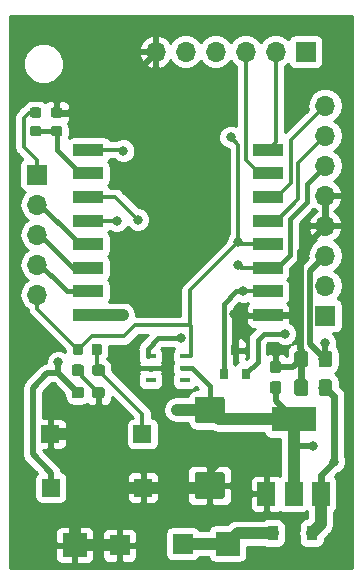
<source format=gbr>
G04 #@! TF.GenerationSoftware,KiCad,Pcbnew,(5.0.2)-1*
G04 #@! TF.CreationDate,2019-04-03T21:48:48+02:00*
G04 #@! TF.ProjectId,ESP12,45535031-322e-46b6-9963-61645f706362,rev?*
G04 #@! TF.SameCoordinates,Original*
G04 #@! TF.FileFunction,Copper,L1,Top*
G04 #@! TF.FilePolarity,Positive*
%FSLAX46Y46*%
G04 Gerber Fmt 4.6, Leading zero omitted, Abs format (unit mm)*
G04 Created by KiCad (PCBNEW (5.0.2)-1) date 3. 4. 2019 21:48:48*
%MOMM*%
%LPD*%
G01*
G04 APERTURE LIST*
G04 #@! TA.AperFunction,SMDPad,CuDef*
%ADD10R,2.500000X1.000000*%
G04 #@! TD*
G04 #@! TA.AperFunction,SMDPad,CuDef*
%ADD11R,1.500000X1.500000*%
G04 #@! TD*
G04 #@! TA.AperFunction,Conductor*
%ADD12C,0.100000*%
G04 #@! TD*
G04 #@! TA.AperFunction,SMDPad,CuDef*
%ADD13C,0.950000*%
G04 #@! TD*
G04 #@! TA.AperFunction,SMDPad,CuDef*
%ADD14R,0.900000X1.200000*%
G04 #@! TD*
G04 #@! TA.AperFunction,ComponentPad*
%ADD15R,1.700000X1.700000*%
G04 #@! TD*
G04 #@! TA.AperFunction,ComponentPad*
%ADD16O,1.700000X1.700000*%
G04 #@! TD*
G04 #@! TA.AperFunction,SMDPad,CuDef*
%ADD17C,2.250000*%
G04 #@! TD*
G04 #@! TA.AperFunction,SMDPad,CuDef*
%ADD18R,0.800000X0.900000*%
G04 #@! TD*
G04 #@! TA.AperFunction,SMDPad,CuDef*
%ADD19C,0.875000*%
G04 #@! TD*
G04 #@! TA.AperFunction,SMDPad,CuDef*
%ADD20R,1.500000X2.000000*%
G04 #@! TD*
G04 #@! TA.AperFunction,SMDPad,CuDef*
%ADD21R,3.800000X2.000000*%
G04 #@! TD*
G04 #@! TA.AperFunction,SMDPad,CuDef*
%ADD22R,2.000000X2.000000*%
G04 #@! TD*
G04 #@! TA.AperFunction,SMDPad,CuDef*
%ADD23C,1.150000*%
G04 #@! TD*
G04 #@! TA.AperFunction,SMDPad,CuDef*
%ADD24R,0.850000X0.450000*%
G04 #@! TD*
G04 #@! TA.AperFunction,ViaPad*
%ADD25C,0.800000*%
G04 #@! TD*
G04 #@! TA.AperFunction,Conductor*
%ADD26C,0.600000*%
G04 #@! TD*
G04 #@! TA.AperFunction,Conductor*
%ADD27C,0.400000*%
G04 #@! TD*
G04 #@! TA.AperFunction,Conductor*
%ADD28C,0.500000*%
G04 #@! TD*
G04 #@! TA.AperFunction,Conductor*
%ADD29C,0.350000*%
G04 #@! TD*
G04 #@! TA.AperFunction,Conductor*
%ADD30C,1.000000*%
G04 #@! TD*
G04 #@! TA.AperFunction,Conductor*
%ADD31C,0.300000*%
G04 #@! TD*
G04 #@! TA.AperFunction,Conductor*
%ADD32C,0.254000*%
G04 #@! TD*
G04 APERTURE END LIST*
D10*
G04 #@! TO.P,U1,16*
G04 #@! TO.N,/TXD*
X108311000Y-76888000D03*
G04 #@! TO.P,U1,15*
G04 #@! TO.N,/RXD*
X108311000Y-78888000D03*
G04 #@! TO.P,U1,14*
G04 #@! TO.N,/GPIO5*
X108311000Y-80888000D03*
G04 #@! TO.P,U1,13*
G04 #@! TO.N,/GPIO4*
X108311000Y-82888000D03*
G04 #@! TO.P,U1,12*
G04 #@! TO.N,/GPIO0*
X108311000Y-84888000D03*
G04 #@! TO.P,U1,11*
G04 #@! TO.N,/GPIO2*
X108311000Y-86888000D03*
G04 #@! TO.P,U1,10*
G04 #@! TO.N,/GPIO15*
X108311000Y-88888000D03*
G04 #@! TO.P,U1,9*
G04 #@! TO.N,GND*
X108311000Y-90888000D03*
G04 #@! TO.P,U1,8*
G04 #@! TO.N,+3V3*
X93111000Y-90888000D03*
G04 #@! TO.P,U1,7*
G04 #@! TO.N,/GPIO13*
X93111000Y-88888000D03*
G04 #@! TO.P,U1,6*
G04 #@! TO.N,/GPIO12*
X93111000Y-86888000D03*
G04 #@! TO.P,U1,5*
G04 #@! TO.N,/GPIO14*
X93111000Y-84888000D03*
G04 #@! TO.P,U1,4*
G04 #@! TO.N,/GPIO16*
X93111000Y-82888000D03*
G04 #@! TO.P,U1,3*
G04 #@! TO.N,/EN*
X93111000Y-80888000D03*
G04 #@! TO.P,U1,2*
G04 #@! TO.N,/ADC*
X93111000Y-78888000D03*
G04 #@! TO.P,U1,1*
G04 #@! TO.N,/nRST*
X93111000Y-76888000D03*
G04 #@! TD*
D11*
G04 #@! TO.P,SW1,1*
G04 #@! TO.N,/GPIO16*
X89940300Y-105486200D03*
G04 #@! TO.P,SW1,2*
G04 #@! TO.N,GND*
X97740300Y-105486200D03*
G04 #@! TD*
G04 #@! TO.P,SW2,2*
G04 #@! TO.N,GND*
X89889500Y-100952300D03*
G04 #@! TO.P,SW2,1*
G04 #@! TO.N,Net-(C7-Pad1)*
X97689500Y-100952300D03*
G04 #@! TD*
D12*
G04 #@! TO.N,Net-(C7-Pad1)*
G04 #@! TO.C,C7*
G36*
X94276779Y-95068244D02*
X94299834Y-95071663D01*
X94322443Y-95077327D01*
X94344387Y-95085179D01*
X94365457Y-95095144D01*
X94385448Y-95107126D01*
X94404168Y-95121010D01*
X94421438Y-95136662D01*
X94437090Y-95153932D01*
X94450974Y-95172652D01*
X94462956Y-95192643D01*
X94472921Y-95213713D01*
X94480773Y-95235657D01*
X94486437Y-95258266D01*
X94489856Y-95281321D01*
X94491000Y-95304600D01*
X94491000Y-95779600D01*
X94489856Y-95802879D01*
X94486437Y-95825934D01*
X94480773Y-95848543D01*
X94472921Y-95870487D01*
X94462956Y-95891557D01*
X94450974Y-95911548D01*
X94437090Y-95930268D01*
X94421438Y-95947538D01*
X94404168Y-95963190D01*
X94385448Y-95977074D01*
X94365457Y-95989056D01*
X94344387Y-95999021D01*
X94322443Y-96006873D01*
X94299834Y-96012537D01*
X94276779Y-96015956D01*
X94253500Y-96017100D01*
X93678500Y-96017100D01*
X93655221Y-96015956D01*
X93632166Y-96012537D01*
X93609557Y-96006873D01*
X93587613Y-95999021D01*
X93566543Y-95989056D01*
X93546552Y-95977074D01*
X93527832Y-95963190D01*
X93510562Y-95947538D01*
X93494910Y-95930268D01*
X93481026Y-95911548D01*
X93469044Y-95891557D01*
X93459079Y-95870487D01*
X93451227Y-95848543D01*
X93445563Y-95825934D01*
X93442144Y-95802879D01*
X93441000Y-95779600D01*
X93441000Y-95304600D01*
X93442144Y-95281321D01*
X93445563Y-95258266D01*
X93451227Y-95235657D01*
X93459079Y-95213713D01*
X93469044Y-95192643D01*
X93481026Y-95172652D01*
X93494910Y-95153932D01*
X93510562Y-95136662D01*
X93527832Y-95121010D01*
X93546552Y-95107126D01*
X93566543Y-95095144D01*
X93587613Y-95085179D01*
X93609557Y-95077327D01*
X93632166Y-95071663D01*
X93655221Y-95068244D01*
X93678500Y-95067100D01*
X94253500Y-95067100D01*
X94276779Y-95068244D01*
X94276779Y-95068244D01*
G37*
D13*
G04 #@! TD*
G04 #@! TO.P,C7,1*
G04 #@! TO.N,Net-(C7-Pad1)*
X93966000Y-95542100D03*
D12*
G04 #@! TO.N,GND*
G04 #@! TO.C,C7*
G36*
X92526779Y-95068244D02*
X92549834Y-95071663D01*
X92572443Y-95077327D01*
X92594387Y-95085179D01*
X92615457Y-95095144D01*
X92635448Y-95107126D01*
X92654168Y-95121010D01*
X92671438Y-95136662D01*
X92687090Y-95153932D01*
X92700974Y-95172652D01*
X92712956Y-95192643D01*
X92722921Y-95213713D01*
X92730773Y-95235657D01*
X92736437Y-95258266D01*
X92739856Y-95281321D01*
X92741000Y-95304600D01*
X92741000Y-95779600D01*
X92739856Y-95802879D01*
X92736437Y-95825934D01*
X92730773Y-95848543D01*
X92722921Y-95870487D01*
X92712956Y-95891557D01*
X92700974Y-95911548D01*
X92687090Y-95930268D01*
X92671438Y-95947538D01*
X92654168Y-95963190D01*
X92635448Y-95977074D01*
X92615457Y-95989056D01*
X92594387Y-95999021D01*
X92572443Y-96006873D01*
X92549834Y-96012537D01*
X92526779Y-96015956D01*
X92503500Y-96017100D01*
X91928500Y-96017100D01*
X91905221Y-96015956D01*
X91882166Y-96012537D01*
X91859557Y-96006873D01*
X91837613Y-95999021D01*
X91816543Y-95989056D01*
X91796552Y-95977074D01*
X91777832Y-95963190D01*
X91760562Y-95947538D01*
X91744910Y-95930268D01*
X91731026Y-95911548D01*
X91719044Y-95891557D01*
X91709079Y-95870487D01*
X91701227Y-95848543D01*
X91695563Y-95825934D01*
X91692144Y-95802879D01*
X91691000Y-95779600D01*
X91691000Y-95304600D01*
X91692144Y-95281321D01*
X91695563Y-95258266D01*
X91701227Y-95235657D01*
X91709079Y-95213713D01*
X91719044Y-95192643D01*
X91731026Y-95172652D01*
X91744910Y-95153932D01*
X91760562Y-95136662D01*
X91777832Y-95121010D01*
X91796552Y-95107126D01*
X91816543Y-95095144D01*
X91837613Y-95085179D01*
X91859557Y-95077327D01*
X91882166Y-95071663D01*
X91905221Y-95068244D01*
X91928500Y-95067100D01*
X92503500Y-95067100D01*
X92526779Y-95068244D01*
X92526779Y-95068244D01*
G37*
D13*
G04 #@! TD*
G04 #@! TO.P,C7,2*
G04 #@! TO.N,GND*
X92216000Y-95542100D03*
D14*
G04 #@! TO.P,D2,1*
G04 #@! TO.N,+5V*
X112013000Y-109347000D03*
G04 #@! TO.P,D2,2*
G04 #@! TO.N,VDD*
X108713000Y-109347000D03*
G04 #@! TD*
D15*
G04 #@! TO.P,J3,1*
G04 #@! TO.N,+5V*
X111506000Y-68580000D03*
D16*
G04 #@! TO.P,J3,2*
G04 #@! TO.N,/TXD*
X108966000Y-68580000D03*
G04 #@! TO.P,J3,3*
G04 #@! TO.N,/RXD*
X106426000Y-68580000D03*
G04 #@! TO.P,J3,4*
G04 #@! TO.N,/DTR*
X103886000Y-68580000D03*
G04 #@! TO.P,J3,5*
G04 #@! TO.N,/RTS*
X101346000Y-68580000D03*
G04 #@! TO.P,J3,6*
G04 #@! TO.N,GND*
X98806000Y-68580000D03*
G04 #@! TD*
G04 #@! TO.P,J2,8*
G04 #@! TO.N,/GPIO5*
X113157000Y-73152000D03*
G04 #@! TO.P,J2,7*
G04 #@! TO.N,/GPIO4*
X113157000Y-75692000D03*
G04 #@! TO.P,J2,6*
G04 #@! TO.N,/GPIO2*
X113157000Y-78232000D03*
G04 #@! TO.P,J2,5*
G04 #@! TO.N,GND*
X113157000Y-80772000D03*
G04 #@! TO.P,J2,4*
X113157000Y-83312000D03*
G04 #@! TO.P,J2,3*
G04 #@! TO.N,+3V3*
X113157000Y-85852000D03*
G04 #@! TO.P,J2,2*
G04 #@! TO.N,+5V*
X113157000Y-88392000D03*
D15*
G04 #@! TO.P,J2,1*
G04 #@! TO.N,/MOS_GND*
X113157000Y-90932000D03*
G04 #@! TD*
D12*
G04 #@! TO.N,GND*
G04 #@! TO.C,C1*
G36*
X109226779Y-94740144D02*
X109249834Y-94743563D01*
X109272443Y-94749227D01*
X109294387Y-94757079D01*
X109315457Y-94767044D01*
X109335448Y-94779026D01*
X109354168Y-94792910D01*
X109371438Y-94808562D01*
X109387090Y-94825832D01*
X109400974Y-94844552D01*
X109412956Y-94864543D01*
X109422921Y-94885613D01*
X109430773Y-94907557D01*
X109436437Y-94930166D01*
X109439856Y-94953221D01*
X109441000Y-94976500D01*
X109441000Y-95551500D01*
X109439856Y-95574779D01*
X109436437Y-95597834D01*
X109430773Y-95620443D01*
X109422921Y-95642387D01*
X109412956Y-95663457D01*
X109400974Y-95683448D01*
X109387090Y-95702168D01*
X109371438Y-95719438D01*
X109354168Y-95735090D01*
X109335448Y-95748974D01*
X109315457Y-95760956D01*
X109294387Y-95770921D01*
X109272443Y-95778773D01*
X109249834Y-95784437D01*
X109226779Y-95787856D01*
X109203500Y-95789000D01*
X108728500Y-95789000D01*
X108705221Y-95787856D01*
X108682166Y-95784437D01*
X108659557Y-95778773D01*
X108637613Y-95770921D01*
X108616543Y-95760956D01*
X108596552Y-95748974D01*
X108577832Y-95735090D01*
X108560562Y-95719438D01*
X108544910Y-95702168D01*
X108531026Y-95683448D01*
X108519044Y-95663457D01*
X108509079Y-95642387D01*
X108501227Y-95620443D01*
X108495563Y-95597834D01*
X108492144Y-95574779D01*
X108491000Y-95551500D01*
X108491000Y-94976500D01*
X108492144Y-94953221D01*
X108495563Y-94930166D01*
X108501227Y-94907557D01*
X108509079Y-94885613D01*
X108519044Y-94864543D01*
X108531026Y-94844552D01*
X108544910Y-94825832D01*
X108560562Y-94808562D01*
X108577832Y-94792910D01*
X108596552Y-94779026D01*
X108616543Y-94767044D01*
X108637613Y-94757079D01*
X108659557Y-94749227D01*
X108682166Y-94743563D01*
X108705221Y-94740144D01*
X108728500Y-94739000D01*
X109203500Y-94739000D01*
X109226779Y-94740144D01*
X109226779Y-94740144D01*
G37*
D13*
G04 #@! TD*
G04 #@! TO.P,C1,2*
G04 #@! TO.N,GND*
X108966000Y-95264000D03*
D12*
G04 #@! TO.N,+3V3*
G04 #@! TO.C,C1*
G36*
X109226779Y-96490144D02*
X109249834Y-96493563D01*
X109272443Y-96499227D01*
X109294387Y-96507079D01*
X109315457Y-96517044D01*
X109335448Y-96529026D01*
X109354168Y-96542910D01*
X109371438Y-96558562D01*
X109387090Y-96575832D01*
X109400974Y-96594552D01*
X109412956Y-96614543D01*
X109422921Y-96635613D01*
X109430773Y-96657557D01*
X109436437Y-96680166D01*
X109439856Y-96703221D01*
X109441000Y-96726500D01*
X109441000Y-97301500D01*
X109439856Y-97324779D01*
X109436437Y-97347834D01*
X109430773Y-97370443D01*
X109422921Y-97392387D01*
X109412956Y-97413457D01*
X109400974Y-97433448D01*
X109387090Y-97452168D01*
X109371438Y-97469438D01*
X109354168Y-97485090D01*
X109335448Y-97498974D01*
X109315457Y-97510956D01*
X109294387Y-97520921D01*
X109272443Y-97528773D01*
X109249834Y-97534437D01*
X109226779Y-97537856D01*
X109203500Y-97539000D01*
X108728500Y-97539000D01*
X108705221Y-97537856D01*
X108682166Y-97534437D01*
X108659557Y-97528773D01*
X108637613Y-97520921D01*
X108616543Y-97510956D01*
X108596552Y-97498974D01*
X108577832Y-97485090D01*
X108560562Y-97469438D01*
X108544910Y-97452168D01*
X108531026Y-97433448D01*
X108519044Y-97413457D01*
X108509079Y-97392387D01*
X108501227Y-97370443D01*
X108495563Y-97347834D01*
X108492144Y-97324779D01*
X108491000Y-97301500D01*
X108491000Y-96726500D01*
X108492144Y-96703221D01*
X108495563Y-96680166D01*
X108501227Y-96657557D01*
X108509079Y-96635613D01*
X108519044Y-96614543D01*
X108531026Y-96594552D01*
X108544910Y-96575832D01*
X108560562Y-96558562D01*
X108577832Y-96542910D01*
X108596552Y-96529026D01*
X108616543Y-96517044D01*
X108637613Y-96507079D01*
X108659557Y-96499227D01*
X108682166Y-96493563D01*
X108705221Y-96490144D01*
X108728500Y-96489000D01*
X109203500Y-96489000D01*
X109226779Y-96490144D01*
X109226779Y-96490144D01*
G37*
D13*
G04 #@! TD*
G04 #@! TO.P,C1,1*
G04 #@! TO.N,+3V3*
X108966000Y-97014000D03*
D12*
G04 #@! TO.N,+3V3*
G04 #@! TO.C,C2*
G36*
X104427505Y-97784204D02*
X104451773Y-97787804D01*
X104475572Y-97793765D01*
X104498671Y-97802030D01*
X104520850Y-97812520D01*
X104541893Y-97825132D01*
X104561599Y-97839747D01*
X104579777Y-97856223D01*
X104596253Y-97874401D01*
X104610868Y-97894107D01*
X104623480Y-97915150D01*
X104633970Y-97937329D01*
X104642235Y-97960428D01*
X104648196Y-97984227D01*
X104651796Y-98008495D01*
X104653000Y-98032999D01*
X104653000Y-99783001D01*
X104651796Y-99807505D01*
X104648196Y-99831773D01*
X104642235Y-99855572D01*
X104633970Y-99878671D01*
X104623480Y-99900850D01*
X104610868Y-99921893D01*
X104596253Y-99941599D01*
X104579777Y-99959777D01*
X104561599Y-99976253D01*
X104541893Y-99990868D01*
X104520850Y-100003480D01*
X104498671Y-100013970D01*
X104475572Y-100022235D01*
X104451773Y-100028196D01*
X104427505Y-100031796D01*
X104403001Y-100033000D01*
X102352999Y-100033000D01*
X102328495Y-100031796D01*
X102304227Y-100028196D01*
X102280428Y-100022235D01*
X102257329Y-100013970D01*
X102235150Y-100003480D01*
X102214107Y-99990868D01*
X102194401Y-99976253D01*
X102176223Y-99959777D01*
X102159747Y-99941599D01*
X102145132Y-99921893D01*
X102132520Y-99900850D01*
X102122030Y-99878671D01*
X102113765Y-99855572D01*
X102107804Y-99831773D01*
X102104204Y-99807505D01*
X102103000Y-99783001D01*
X102103000Y-98032999D01*
X102104204Y-98008495D01*
X102107804Y-97984227D01*
X102113765Y-97960428D01*
X102122030Y-97937329D01*
X102132520Y-97915150D01*
X102145132Y-97894107D01*
X102159747Y-97874401D01*
X102176223Y-97856223D01*
X102194401Y-97839747D01*
X102214107Y-97825132D01*
X102235150Y-97812520D01*
X102257329Y-97802030D01*
X102280428Y-97793765D01*
X102304227Y-97787804D01*
X102328495Y-97784204D01*
X102352999Y-97783000D01*
X104403001Y-97783000D01*
X104427505Y-97784204D01*
X104427505Y-97784204D01*
G37*
D17*
G04 #@! TD*
G04 #@! TO.P,C2,1*
G04 #@! TO.N,+3V3*
X103378000Y-98908000D03*
D12*
G04 #@! TO.N,GND*
G04 #@! TO.C,C2*
G36*
X104427505Y-104184204D02*
X104451773Y-104187804D01*
X104475572Y-104193765D01*
X104498671Y-104202030D01*
X104520850Y-104212520D01*
X104541893Y-104225132D01*
X104561599Y-104239747D01*
X104579777Y-104256223D01*
X104596253Y-104274401D01*
X104610868Y-104294107D01*
X104623480Y-104315150D01*
X104633970Y-104337329D01*
X104642235Y-104360428D01*
X104648196Y-104384227D01*
X104651796Y-104408495D01*
X104653000Y-104432999D01*
X104653000Y-106183001D01*
X104651796Y-106207505D01*
X104648196Y-106231773D01*
X104642235Y-106255572D01*
X104633970Y-106278671D01*
X104623480Y-106300850D01*
X104610868Y-106321893D01*
X104596253Y-106341599D01*
X104579777Y-106359777D01*
X104561599Y-106376253D01*
X104541893Y-106390868D01*
X104520850Y-106403480D01*
X104498671Y-106413970D01*
X104475572Y-106422235D01*
X104451773Y-106428196D01*
X104427505Y-106431796D01*
X104403001Y-106433000D01*
X102352999Y-106433000D01*
X102328495Y-106431796D01*
X102304227Y-106428196D01*
X102280428Y-106422235D01*
X102257329Y-106413970D01*
X102235150Y-106403480D01*
X102214107Y-106390868D01*
X102194401Y-106376253D01*
X102176223Y-106359777D01*
X102159747Y-106341599D01*
X102145132Y-106321893D01*
X102132520Y-106300850D01*
X102122030Y-106278671D01*
X102113765Y-106255572D01*
X102107804Y-106231773D01*
X102104204Y-106207505D01*
X102103000Y-106183001D01*
X102103000Y-104432999D01*
X102104204Y-104408495D01*
X102107804Y-104384227D01*
X102113765Y-104360428D01*
X102122030Y-104337329D01*
X102132520Y-104315150D01*
X102145132Y-104294107D01*
X102159747Y-104274401D01*
X102176223Y-104256223D01*
X102194401Y-104239747D01*
X102214107Y-104225132D01*
X102235150Y-104212520D01*
X102257329Y-104202030D01*
X102280428Y-104193765D01*
X102304227Y-104187804D01*
X102328495Y-104184204D01*
X102352999Y-104183000D01*
X104403001Y-104183000D01*
X104427505Y-104184204D01*
X104427505Y-104184204D01*
G37*
D17*
G04 #@! TD*
G04 #@! TO.P,C2,2*
G04 #@! TO.N,GND*
X103378000Y-105308000D03*
D18*
G04 #@! TO.P,Q1,1*
G04 #@! TO.N,/GPIO15*
X104587000Y-95869000D03*
G04 #@! TO.P,Q1,2*
G04 #@! TO.N,/MOS_GND*
X106487000Y-95869000D03*
G04 #@! TO.P,Q1,3*
G04 #@! TO.N,GND*
X105537000Y-93869000D03*
G04 #@! TD*
D12*
G04 #@! TO.N,/ADC*
G04 #@! TO.C,R1*
G36*
X88923691Y-74874553D02*
X88944926Y-74877703D01*
X88965750Y-74882919D01*
X88985962Y-74890151D01*
X89005368Y-74899330D01*
X89023781Y-74910366D01*
X89041024Y-74923154D01*
X89056930Y-74937570D01*
X89071346Y-74953476D01*
X89084134Y-74970719D01*
X89095170Y-74989132D01*
X89104349Y-75008538D01*
X89111581Y-75028750D01*
X89116797Y-75049574D01*
X89119947Y-75070809D01*
X89121000Y-75092250D01*
X89121000Y-75529750D01*
X89119947Y-75551191D01*
X89116797Y-75572426D01*
X89111581Y-75593250D01*
X89104349Y-75613462D01*
X89095170Y-75632868D01*
X89084134Y-75651281D01*
X89071346Y-75668524D01*
X89056930Y-75684430D01*
X89041024Y-75698846D01*
X89023781Y-75711634D01*
X89005368Y-75722670D01*
X88985962Y-75731849D01*
X88965750Y-75739081D01*
X88944926Y-75744297D01*
X88923691Y-75747447D01*
X88902250Y-75748500D01*
X88389750Y-75748500D01*
X88368309Y-75747447D01*
X88347074Y-75744297D01*
X88326250Y-75739081D01*
X88306038Y-75731849D01*
X88286632Y-75722670D01*
X88268219Y-75711634D01*
X88250976Y-75698846D01*
X88235070Y-75684430D01*
X88220654Y-75668524D01*
X88207866Y-75651281D01*
X88196830Y-75632868D01*
X88187651Y-75613462D01*
X88180419Y-75593250D01*
X88175203Y-75572426D01*
X88172053Y-75551191D01*
X88171000Y-75529750D01*
X88171000Y-75092250D01*
X88172053Y-75070809D01*
X88175203Y-75049574D01*
X88180419Y-75028750D01*
X88187651Y-75008538D01*
X88196830Y-74989132D01*
X88207866Y-74970719D01*
X88220654Y-74953476D01*
X88235070Y-74937570D01*
X88250976Y-74923154D01*
X88268219Y-74910366D01*
X88286632Y-74899330D01*
X88306038Y-74890151D01*
X88326250Y-74882919D01*
X88347074Y-74877703D01*
X88368309Y-74874553D01*
X88389750Y-74873500D01*
X88902250Y-74873500D01*
X88923691Y-74874553D01*
X88923691Y-74874553D01*
G37*
D19*
G04 #@! TD*
G04 #@! TO.P,R1,1*
G04 #@! TO.N,/ADC*
X88646000Y-75311000D03*
D12*
G04 #@! TO.N,/ADC_EX*
G04 #@! TO.C,R1*
G36*
X88923691Y-73299553D02*
X88944926Y-73302703D01*
X88965750Y-73307919D01*
X88985962Y-73315151D01*
X89005368Y-73324330D01*
X89023781Y-73335366D01*
X89041024Y-73348154D01*
X89056930Y-73362570D01*
X89071346Y-73378476D01*
X89084134Y-73395719D01*
X89095170Y-73414132D01*
X89104349Y-73433538D01*
X89111581Y-73453750D01*
X89116797Y-73474574D01*
X89119947Y-73495809D01*
X89121000Y-73517250D01*
X89121000Y-73954750D01*
X89119947Y-73976191D01*
X89116797Y-73997426D01*
X89111581Y-74018250D01*
X89104349Y-74038462D01*
X89095170Y-74057868D01*
X89084134Y-74076281D01*
X89071346Y-74093524D01*
X89056930Y-74109430D01*
X89041024Y-74123846D01*
X89023781Y-74136634D01*
X89005368Y-74147670D01*
X88985962Y-74156849D01*
X88965750Y-74164081D01*
X88944926Y-74169297D01*
X88923691Y-74172447D01*
X88902250Y-74173500D01*
X88389750Y-74173500D01*
X88368309Y-74172447D01*
X88347074Y-74169297D01*
X88326250Y-74164081D01*
X88306038Y-74156849D01*
X88286632Y-74147670D01*
X88268219Y-74136634D01*
X88250976Y-74123846D01*
X88235070Y-74109430D01*
X88220654Y-74093524D01*
X88207866Y-74076281D01*
X88196830Y-74057868D01*
X88187651Y-74038462D01*
X88180419Y-74018250D01*
X88175203Y-73997426D01*
X88172053Y-73976191D01*
X88171000Y-73954750D01*
X88171000Y-73517250D01*
X88172053Y-73495809D01*
X88175203Y-73474574D01*
X88180419Y-73453750D01*
X88187651Y-73433538D01*
X88196830Y-73414132D01*
X88207866Y-73395719D01*
X88220654Y-73378476D01*
X88235070Y-73362570D01*
X88250976Y-73348154D01*
X88268219Y-73335366D01*
X88286632Y-73324330D01*
X88306038Y-73315151D01*
X88326250Y-73307919D01*
X88347074Y-73302703D01*
X88368309Y-73299553D01*
X88389750Y-73298500D01*
X88902250Y-73298500D01*
X88923691Y-73299553D01*
X88923691Y-73299553D01*
G37*
D19*
G04 #@! TD*
G04 #@! TO.P,R1,2*
G04 #@! TO.N,/ADC_EX*
X88646000Y-73736000D03*
D12*
G04 #@! TO.N,/ADC*
G04 #@! TO.C,R2*
G36*
X90701691Y-74874553D02*
X90722926Y-74877703D01*
X90743750Y-74882919D01*
X90763962Y-74890151D01*
X90783368Y-74899330D01*
X90801781Y-74910366D01*
X90819024Y-74923154D01*
X90834930Y-74937570D01*
X90849346Y-74953476D01*
X90862134Y-74970719D01*
X90873170Y-74989132D01*
X90882349Y-75008538D01*
X90889581Y-75028750D01*
X90894797Y-75049574D01*
X90897947Y-75070809D01*
X90899000Y-75092250D01*
X90899000Y-75529750D01*
X90897947Y-75551191D01*
X90894797Y-75572426D01*
X90889581Y-75593250D01*
X90882349Y-75613462D01*
X90873170Y-75632868D01*
X90862134Y-75651281D01*
X90849346Y-75668524D01*
X90834930Y-75684430D01*
X90819024Y-75698846D01*
X90801781Y-75711634D01*
X90783368Y-75722670D01*
X90763962Y-75731849D01*
X90743750Y-75739081D01*
X90722926Y-75744297D01*
X90701691Y-75747447D01*
X90680250Y-75748500D01*
X90167750Y-75748500D01*
X90146309Y-75747447D01*
X90125074Y-75744297D01*
X90104250Y-75739081D01*
X90084038Y-75731849D01*
X90064632Y-75722670D01*
X90046219Y-75711634D01*
X90028976Y-75698846D01*
X90013070Y-75684430D01*
X89998654Y-75668524D01*
X89985866Y-75651281D01*
X89974830Y-75632868D01*
X89965651Y-75613462D01*
X89958419Y-75593250D01*
X89953203Y-75572426D01*
X89950053Y-75551191D01*
X89949000Y-75529750D01*
X89949000Y-75092250D01*
X89950053Y-75070809D01*
X89953203Y-75049574D01*
X89958419Y-75028750D01*
X89965651Y-75008538D01*
X89974830Y-74989132D01*
X89985866Y-74970719D01*
X89998654Y-74953476D01*
X90013070Y-74937570D01*
X90028976Y-74923154D01*
X90046219Y-74910366D01*
X90064632Y-74899330D01*
X90084038Y-74890151D01*
X90104250Y-74882919D01*
X90125074Y-74877703D01*
X90146309Y-74874553D01*
X90167750Y-74873500D01*
X90680250Y-74873500D01*
X90701691Y-74874553D01*
X90701691Y-74874553D01*
G37*
D19*
G04 #@! TD*
G04 #@! TO.P,R2,2*
G04 #@! TO.N,/ADC*
X90424000Y-75311000D03*
D12*
G04 #@! TO.N,GND*
G04 #@! TO.C,R2*
G36*
X90701691Y-73299553D02*
X90722926Y-73302703D01*
X90743750Y-73307919D01*
X90763962Y-73315151D01*
X90783368Y-73324330D01*
X90801781Y-73335366D01*
X90819024Y-73348154D01*
X90834930Y-73362570D01*
X90849346Y-73378476D01*
X90862134Y-73395719D01*
X90873170Y-73414132D01*
X90882349Y-73433538D01*
X90889581Y-73453750D01*
X90894797Y-73474574D01*
X90897947Y-73495809D01*
X90899000Y-73517250D01*
X90899000Y-73954750D01*
X90897947Y-73976191D01*
X90894797Y-73997426D01*
X90889581Y-74018250D01*
X90882349Y-74038462D01*
X90873170Y-74057868D01*
X90862134Y-74076281D01*
X90849346Y-74093524D01*
X90834930Y-74109430D01*
X90819024Y-74123846D01*
X90801781Y-74136634D01*
X90783368Y-74147670D01*
X90763962Y-74156849D01*
X90743750Y-74164081D01*
X90722926Y-74169297D01*
X90701691Y-74172447D01*
X90680250Y-74173500D01*
X90167750Y-74173500D01*
X90146309Y-74172447D01*
X90125074Y-74169297D01*
X90104250Y-74164081D01*
X90084038Y-74156849D01*
X90064632Y-74147670D01*
X90046219Y-74136634D01*
X90028976Y-74123846D01*
X90013070Y-74109430D01*
X89998654Y-74093524D01*
X89985866Y-74076281D01*
X89974830Y-74057868D01*
X89965651Y-74038462D01*
X89958419Y-74018250D01*
X89953203Y-73997426D01*
X89950053Y-73976191D01*
X89949000Y-73954750D01*
X89949000Y-73517250D01*
X89950053Y-73495809D01*
X89953203Y-73474574D01*
X89958419Y-73453750D01*
X89965651Y-73433538D01*
X89974830Y-73414132D01*
X89985866Y-73395719D01*
X89998654Y-73378476D01*
X90013070Y-73362570D01*
X90028976Y-73348154D01*
X90046219Y-73335366D01*
X90064632Y-73324330D01*
X90084038Y-73315151D01*
X90104250Y-73307919D01*
X90125074Y-73302703D01*
X90146309Y-73299553D01*
X90167750Y-73298500D01*
X90680250Y-73298500D01*
X90701691Y-73299553D01*
X90701691Y-73299553D01*
G37*
D19*
G04 #@! TD*
G04 #@! TO.P,R2,1*
G04 #@! TO.N,GND*
X90424000Y-73736000D03*
D12*
G04 #@! TO.N,/GPIO0*
G04 #@! TO.C,R12*
G36*
X92480191Y-93328253D02*
X92501426Y-93331403D01*
X92522250Y-93336619D01*
X92542462Y-93343851D01*
X92561868Y-93353030D01*
X92580281Y-93364066D01*
X92597524Y-93376854D01*
X92613430Y-93391270D01*
X92627846Y-93407176D01*
X92640634Y-93424419D01*
X92651670Y-93442832D01*
X92660849Y-93462238D01*
X92668081Y-93482450D01*
X92673297Y-93503274D01*
X92676447Y-93524509D01*
X92677500Y-93545950D01*
X92677500Y-94058450D01*
X92676447Y-94079891D01*
X92673297Y-94101126D01*
X92668081Y-94121950D01*
X92660849Y-94142162D01*
X92651670Y-94161568D01*
X92640634Y-94179981D01*
X92627846Y-94197224D01*
X92613430Y-94213130D01*
X92597524Y-94227546D01*
X92580281Y-94240334D01*
X92561868Y-94251370D01*
X92542462Y-94260549D01*
X92522250Y-94267781D01*
X92501426Y-94272997D01*
X92480191Y-94276147D01*
X92458750Y-94277200D01*
X92021250Y-94277200D01*
X91999809Y-94276147D01*
X91978574Y-94272997D01*
X91957750Y-94267781D01*
X91937538Y-94260549D01*
X91918132Y-94251370D01*
X91899719Y-94240334D01*
X91882476Y-94227546D01*
X91866570Y-94213130D01*
X91852154Y-94197224D01*
X91839366Y-94179981D01*
X91828330Y-94161568D01*
X91819151Y-94142162D01*
X91811919Y-94121950D01*
X91806703Y-94101126D01*
X91803553Y-94079891D01*
X91802500Y-94058450D01*
X91802500Y-93545950D01*
X91803553Y-93524509D01*
X91806703Y-93503274D01*
X91811919Y-93482450D01*
X91819151Y-93462238D01*
X91828330Y-93442832D01*
X91839366Y-93424419D01*
X91852154Y-93407176D01*
X91866570Y-93391270D01*
X91882476Y-93376854D01*
X91899719Y-93364066D01*
X91918132Y-93353030D01*
X91937538Y-93343851D01*
X91957750Y-93336619D01*
X91978574Y-93331403D01*
X91999809Y-93328253D01*
X92021250Y-93327200D01*
X92458750Y-93327200D01*
X92480191Y-93328253D01*
X92480191Y-93328253D01*
G37*
D19*
G04 #@! TD*
G04 #@! TO.P,R12,1*
G04 #@! TO.N,/GPIO0*
X92240000Y-93802200D03*
D12*
G04 #@! TO.N,Net-(C7-Pad1)*
G04 #@! TO.C,R12*
G36*
X94055191Y-93328253D02*
X94076426Y-93331403D01*
X94097250Y-93336619D01*
X94117462Y-93343851D01*
X94136868Y-93353030D01*
X94155281Y-93364066D01*
X94172524Y-93376854D01*
X94188430Y-93391270D01*
X94202846Y-93407176D01*
X94215634Y-93424419D01*
X94226670Y-93442832D01*
X94235849Y-93462238D01*
X94243081Y-93482450D01*
X94248297Y-93503274D01*
X94251447Y-93524509D01*
X94252500Y-93545950D01*
X94252500Y-94058450D01*
X94251447Y-94079891D01*
X94248297Y-94101126D01*
X94243081Y-94121950D01*
X94235849Y-94142162D01*
X94226670Y-94161568D01*
X94215634Y-94179981D01*
X94202846Y-94197224D01*
X94188430Y-94213130D01*
X94172524Y-94227546D01*
X94155281Y-94240334D01*
X94136868Y-94251370D01*
X94117462Y-94260549D01*
X94097250Y-94267781D01*
X94076426Y-94272997D01*
X94055191Y-94276147D01*
X94033750Y-94277200D01*
X93596250Y-94277200D01*
X93574809Y-94276147D01*
X93553574Y-94272997D01*
X93532750Y-94267781D01*
X93512538Y-94260549D01*
X93493132Y-94251370D01*
X93474719Y-94240334D01*
X93457476Y-94227546D01*
X93441570Y-94213130D01*
X93427154Y-94197224D01*
X93414366Y-94179981D01*
X93403330Y-94161568D01*
X93394151Y-94142162D01*
X93386919Y-94121950D01*
X93381703Y-94101126D01*
X93378553Y-94079891D01*
X93377500Y-94058450D01*
X93377500Y-93545950D01*
X93378553Y-93524509D01*
X93381703Y-93503274D01*
X93386919Y-93482450D01*
X93394151Y-93462238D01*
X93403330Y-93442832D01*
X93414366Y-93424419D01*
X93427154Y-93407176D01*
X93441570Y-93391270D01*
X93457476Y-93376854D01*
X93474719Y-93364066D01*
X93493132Y-93353030D01*
X93512538Y-93343851D01*
X93532750Y-93336619D01*
X93553574Y-93331403D01*
X93574809Y-93328253D01*
X93596250Y-93327200D01*
X94033750Y-93327200D01*
X94055191Y-93328253D01*
X94055191Y-93328253D01*
G37*
D19*
G04 #@! TD*
G04 #@! TO.P,R12,2*
G04 #@! TO.N,Net-(C7-Pad1)*
X93815000Y-93802200D03*
D20*
G04 #@! TO.P,U3,1*
G04 #@! TO.N,GND*
X108190000Y-106020000D03*
G04 #@! TO.P,U3,3*
G04 #@! TO.N,+5V*
X112790000Y-106020000D03*
G04 #@! TO.P,U3,2*
G04 #@! TO.N,+3V3*
X110490000Y-106020000D03*
D21*
X110490000Y-99720000D03*
G04 #@! TD*
D15*
G04 #@! TO.P,J1,1*
G04 #@! TO.N,/ADC_EX*
X88773000Y-78994000D03*
D16*
G04 #@! TO.P,J1,2*
G04 #@! TO.N,/GPIO14*
X88773000Y-81534000D03*
G04 #@! TO.P,J1,3*
G04 #@! TO.N,/GPIO12*
X88773000Y-84074000D03*
G04 #@! TO.P,J1,4*
G04 #@! TO.N,/GPIO13*
X88773000Y-86614000D03*
G04 #@! TO.P,J1,5*
G04 #@! TO.N,/GPIO0*
X88773000Y-89154000D03*
G04 #@! TD*
D15*
G04 #@! TO.P,J4,1*
G04 #@! TO.N,VDD*
X101092000Y-110236000D03*
G04 #@! TD*
G04 #@! TO.P,J5,1*
G04 #@! TO.N,GND*
X95758000Y-110363000D03*
G04 #@! TD*
D22*
G04 #@! TO.P,J6,1*
G04 #@! TO.N,VDD*
X104902000Y-110236000D03*
G04 #@! TD*
G04 #@! TO.P,J7,1*
G04 #@! TO.N,GND*
X91948000Y-110363000D03*
G04 #@! TD*
D12*
G04 #@! TO.N,GND*
G04 #@! TO.C,C6*
G36*
X94276779Y-96973244D02*
X94299834Y-96976663D01*
X94322443Y-96982327D01*
X94344387Y-96990179D01*
X94365457Y-97000144D01*
X94385448Y-97012126D01*
X94404168Y-97026010D01*
X94421438Y-97041662D01*
X94437090Y-97058932D01*
X94450974Y-97077652D01*
X94462956Y-97097643D01*
X94472921Y-97118713D01*
X94480773Y-97140657D01*
X94486437Y-97163266D01*
X94489856Y-97186321D01*
X94491000Y-97209600D01*
X94491000Y-97684600D01*
X94489856Y-97707879D01*
X94486437Y-97730934D01*
X94480773Y-97753543D01*
X94472921Y-97775487D01*
X94462956Y-97796557D01*
X94450974Y-97816548D01*
X94437090Y-97835268D01*
X94421438Y-97852538D01*
X94404168Y-97868190D01*
X94385448Y-97882074D01*
X94365457Y-97894056D01*
X94344387Y-97904021D01*
X94322443Y-97911873D01*
X94299834Y-97917537D01*
X94276779Y-97920956D01*
X94253500Y-97922100D01*
X93678500Y-97922100D01*
X93655221Y-97920956D01*
X93632166Y-97917537D01*
X93609557Y-97911873D01*
X93587613Y-97904021D01*
X93566543Y-97894056D01*
X93546552Y-97882074D01*
X93527832Y-97868190D01*
X93510562Y-97852538D01*
X93494910Y-97835268D01*
X93481026Y-97816548D01*
X93469044Y-97796557D01*
X93459079Y-97775487D01*
X93451227Y-97753543D01*
X93445563Y-97730934D01*
X93442144Y-97707879D01*
X93441000Y-97684600D01*
X93441000Y-97209600D01*
X93442144Y-97186321D01*
X93445563Y-97163266D01*
X93451227Y-97140657D01*
X93459079Y-97118713D01*
X93469044Y-97097643D01*
X93481026Y-97077652D01*
X93494910Y-97058932D01*
X93510562Y-97041662D01*
X93527832Y-97026010D01*
X93546552Y-97012126D01*
X93566543Y-97000144D01*
X93587613Y-96990179D01*
X93609557Y-96982327D01*
X93632166Y-96976663D01*
X93655221Y-96973244D01*
X93678500Y-96972100D01*
X94253500Y-96972100D01*
X94276779Y-96973244D01*
X94276779Y-96973244D01*
G37*
D13*
G04 #@! TD*
G04 #@! TO.P,C6,2*
G04 #@! TO.N,GND*
X93966000Y-97447100D03*
D12*
G04 #@! TO.N,/GPIO16*
G04 #@! TO.C,C6*
G36*
X92526779Y-96973244D02*
X92549834Y-96976663D01*
X92572443Y-96982327D01*
X92594387Y-96990179D01*
X92615457Y-97000144D01*
X92635448Y-97012126D01*
X92654168Y-97026010D01*
X92671438Y-97041662D01*
X92687090Y-97058932D01*
X92700974Y-97077652D01*
X92712956Y-97097643D01*
X92722921Y-97118713D01*
X92730773Y-97140657D01*
X92736437Y-97163266D01*
X92739856Y-97186321D01*
X92741000Y-97209600D01*
X92741000Y-97684600D01*
X92739856Y-97707879D01*
X92736437Y-97730934D01*
X92730773Y-97753543D01*
X92722921Y-97775487D01*
X92712956Y-97796557D01*
X92700974Y-97816548D01*
X92687090Y-97835268D01*
X92671438Y-97852538D01*
X92654168Y-97868190D01*
X92635448Y-97882074D01*
X92615457Y-97894056D01*
X92594387Y-97904021D01*
X92572443Y-97911873D01*
X92549834Y-97917537D01*
X92526779Y-97920956D01*
X92503500Y-97922100D01*
X91928500Y-97922100D01*
X91905221Y-97920956D01*
X91882166Y-97917537D01*
X91859557Y-97911873D01*
X91837613Y-97904021D01*
X91816543Y-97894056D01*
X91796552Y-97882074D01*
X91777832Y-97868190D01*
X91760562Y-97852538D01*
X91744910Y-97835268D01*
X91731026Y-97816548D01*
X91719044Y-97796557D01*
X91709079Y-97775487D01*
X91701227Y-97753543D01*
X91695563Y-97730934D01*
X91692144Y-97707879D01*
X91691000Y-97684600D01*
X91691000Y-97209600D01*
X91692144Y-97186321D01*
X91695563Y-97163266D01*
X91701227Y-97140657D01*
X91709079Y-97118713D01*
X91719044Y-97097643D01*
X91731026Y-97077652D01*
X91744910Y-97058932D01*
X91760562Y-97041662D01*
X91777832Y-97026010D01*
X91796552Y-97012126D01*
X91816543Y-97000144D01*
X91837613Y-96990179D01*
X91859557Y-96982327D01*
X91882166Y-96976663D01*
X91905221Y-96973244D01*
X91928500Y-96972100D01*
X92503500Y-96972100D01*
X92526779Y-96973244D01*
X92526779Y-96973244D01*
G37*
D13*
G04 #@! TD*
G04 #@! TO.P,C6,1*
G04 #@! TO.N,/GPIO16*
X92216000Y-97447100D03*
D12*
G04 #@! TO.N,GND*
G04 #@! TO.C,C4*
G36*
X111474505Y-96329204D02*
X111498773Y-96332804D01*
X111522572Y-96338765D01*
X111545671Y-96347030D01*
X111567850Y-96357520D01*
X111588893Y-96370132D01*
X111608599Y-96384747D01*
X111626777Y-96401223D01*
X111643253Y-96419401D01*
X111657868Y-96439107D01*
X111670480Y-96460150D01*
X111680970Y-96482329D01*
X111689235Y-96505428D01*
X111695196Y-96529227D01*
X111698796Y-96553495D01*
X111700000Y-96577999D01*
X111700000Y-97478001D01*
X111698796Y-97502505D01*
X111695196Y-97526773D01*
X111689235Y-97550572D01*
X111680970Y-97573671D01*
X111670480Y-97595850D01*
X111657868Y-97616893D01*
X111643253Y-97636599D01*
X111626777Y-97654777D01*
X111608599Y-97671253D01*
X111588893Y-97685868D01*
X111567850Y-97698480D01*
X111545671Y-97708970D01*
X111522572Y-97717235D01*
X111498773Y-97723196D01*
X111474505Y-97726796D01*
X111450001Y-97728000D01*
X110799999Y-97728000D01*
X110775495Y-97726796D01*
X110751227Y-97723196D01*
X110727428Y-97717235D01*
X110704329Y-97708970D01*
X110682150Y-97698480D01*
X110661107Y-97685868D01*
X110641401Y-97671253D01*
X110623223Y-97654777D01*
X110606747Y-97636599D01*
X110592132Y-97616893D01*
X110579520Y-97595850D01*
X110569030Y-97573671D01*
X110560765Y-97550572D01*
X110554804Y-97526773D01*
X110551204Y-97502505D01*
X110550000Y-97478001D01*
X110550000Y-96577999D01*
X110551204Y-96553495D01*
X110554804Y-96529227D01*
X110560765Y-96505428D01*
X110569030Y-96482329D01*
X110579520Y-96460150D01*
X110592132Y-96439107D01*
X110606747Y-96419401D01*
X110623223Y-96401223D01*
X110641401Y-96384747D01*
X110661107Y-96370132D01*
X110682150Y-96357520D01*
X110704329Y-96347030D01*
X110727428Y-96338765D01*
X110751227Y-96332804D01*
X110775495Y-96329204D01*
X110799999Y-96328000D01*
X111450001Y-96328000D01*
X111474505Y-96329204D01*
X111474505Y-96329204D01*
G37*
D23*
G04 #@! TD*
G04 #@! TO.P,C4,2*
G04 #@! TO.N,GND*
X111125000Y-97028000D03*
D12*
G04 #@! TO.N,+5V*
G04 #@! TO.C,C4*
G36*
X113524505Y-96329204D02*
X113548773Y-96332804D01*
X113572572Y-96338765D01*
X113595671Y-96347030D01*
X113617850Y-96357520D01*
X113638893Y-96370132D01*
X113658599Y-96384747D01*
X113676777Y-96401223D01*
X113693253Y-96419401D01*
X113707868Y-96439107D01*
X113720480Y-96460150D01*
X113730970Y-96482329D01*
X113739235Y-96505428D01*
X113745196Y-96529227D01*
X113748796Y-96553495D01*
X113750000Y-96577999D01*
X113750000Y-97478001D01*
X113748796Y-97502505D01*
X113745196Y-97526773D01*
X113739235Y-97550572D01*
X113730970Y-97573671D01*
X113720480Y-97595850D01*
X113707868Y-97616893D01*
X113693253Y-97636599D01*
X113676777Y-97654777D01*
X113658599Y-97671253D01*
X113638893Y-97685868D01*
X113617850Y-97698480D01*
X113595671Y-97708970D01*
X113572572Y-97717235D01*
X113548773Y-97723196D01*
X113524505Y-97726796D01*
X113500001Y-97728000D01*
X112849999Y-97728000D01*
X112825495Y-97726796D01*
X112801227Y-97723196D01*
X112777428Y-97717235D01*
X112754329Y-97708970D01*
X112732150Y-97698480D01*
X112711107Y-97685868D01*
X112691401Y-97671253D01*
X112673223Y-97654777D01*
X112656747Y-97636599D01*
X112642132Y-97616893D01*
X112629520Y-97595850D01*
X112619030Y-97573671D01*
X112610765Y-97550572D01*
X112604804Y-97526773D01*
X112601204Y-97502505D01*
X112600000Y-97478001D01*
X112600000Y-96577999D01*
X112601204Y-96553495D01*
X112604804Y-96529227D01*
X112610765Y-96505428D01*
X112619030Y-96482329D01*
X112629520Y-96460150D01*
X112642132Y-96439107D01*
X112656747Y-96419401D01*
X112673223Y-96401223D01*
X112691401Y-96384747D01*
X112711107Y-96370132D01*
X112732150Y-96357520D01*
X112754329Y-96347030D01*
X112777428Y-96338765D01*
X112801227Y-96332804D01*
X112825495Y-96329204D01*
X112849999Y-96328000D01*
X113500001Y-96328000D01*
X113524505Y-96329204D01*
X113524505Y-96329204D01*
G37*
D23*
G04 #@! TD*
G04 #@! TO.P,C4,1*
G04 #@! TO.N,+5V*
X113175000Y-97028000D03*
D12*
G04 #@! TO.N,+3V3*
G04 #@! TO.C,C5*
G36*
X113524505Y-93916204D02*
X113548773Y-93919804D01*
X113572572Y-93925765D01*
X113595671Y-93934030D01*
X113617850Y-93944520D01*
X113638893Y-93957132D01*
X113658599Y-93971747D01*
X113676777Y-93988223D01*
X113693253Y-94006401D01*
X113707868Y-94026107D01*
X113720480Y-94047150D01*
X113730970Y-94069329D01*
X113739235Y-94092428D01*
X113745196Y-94116227D01*
X113748796Y-94140495D01*
X113750000Y-94164999D01*
X113750000Y-95065001D01*
X113748796Y-95089505D01*
X113745196Y-95113773D01*
X113739235Y-95137572D01*
X113730970Y-95160671D01*
X113720480Y-95182850D01*
X113707868Y-95203893D01*
X113693253Y-95223599D01*
X113676777Y-95241777D01*
X113658599Y-95258253D01*
X113638893Y-95272868D01*
X113617850Y-95285480D01*
X113595671Y-95295970D01*
X113572572Y-95304235D01*
X113548773Y-95310196D01*
X113524505Y-95313796D01*
X113500001Y-95315000D01*
X112849999Y-95315000D01*
X112825495Y-95313796D01*
X112801227Y-95310196D01*
X112777428Y-95304235D01*
X112754329Y-95295970D01*
X112732150Y-95285480D01*
X112711107Y-95272868D01*
X112691401Y-95258253D01*
X112673223Y-95241777D01*
X112656747Y-95223599D01*
X112642132Y-95203893D01*
X112629520Y-95182850D01*
X112619030Y-95160671D01*
X112610765Y-95137572D01*
X112604804Y-95113773D01*
X112601204Y-95089505D01*
X112600000Y-95065001D01*
X112600000Y-94164999D01*
X112601204Y-94140495D01*
X112604804Y-94116227D01*
X112610765Y-94092428D01*
X112619030Y-94069329D01*
X112629520Y-94047150D01*
X112642132Y-94026107D01*
X112656747Y-94006401D01*
X112673223Y-93988223D01*
X112691401Y-93971747D01*
X112711107Y-93957132D01*
X112732150Y-93944520D01*
X112754329Y-93934030D01*
X112777428Y-93925765D01*
X112801227Y-93919804D01*
X112825495Y-93916204D01*
X112849999Y-93915000D01*
X113500001Y-93915000D01*
X113524505Y-93916204D01*
X113524505Y-93916204D01*
G37*
D23*
G04 #@! TD*
G04 #@! TO.P,C5,1*
G04 #@! TO.N,+3V3*
X113175000Y-94615000D03*
D12*
G04 #@! TO.N,GND*
G04 #@! TO.C,C5*
G36*
X111474505Y-93916204D02*
X111498773Y-93919804D01*
X111522572Y-93925765D01*
X111545671Y-93934030D01*
X111567850Y-93944520D01*
X111588893Y-93957132D01*
X111608599Y-93971747D01*
X111626777Y-93988223D01*
X111643253Y-94006401D01*
X111657868Y-94026107D01*
X111670480Y-94047150D01*
X111680970Y-94069329D01*
X111689235Y-94092428D01*
X111695196Y-94116227D01*
X111698796Y-94140495D01*
X111700000Y-94164999D01*
X111700000Y-95065001D01*
X111698796Y-95089505D01*
X111695196Y-95113773D01*
X111689235Y-95137572D01*
X111680970Y-95160671D01*
X111670480Y-95182850D01*
X111657868Y-95203893D01*
X111643253Y-95223599D01*
X111626777Y-95241777D01*
X111608599Y-95258253D01*
X111588893Y-95272868D01*
X111567850Y-95285480D01*
X111545671Y-95295970D01*
X111522572Y-95304235D01*
X111498773Y-95310196D01*
X111474505Y-95313796D01*
X111450001Y-95315000D01*
X110799999Y-95315000D01*
X110775495Y-95313796D01*
X110751227Y-95310196D01*
X110727428Y-95304235D01*
X110704329Y-95295970D01*
X110682150Y-95285480D01*
X110661107Y-95272868D01*
X110641401Y-95258253D01*
X110623223Y-95241777D01*
X110606747Y-95223599D01*
X110592132Y-95203893D01*
X110579520Y-95182850D01*
X110569030Y-95160671D01*
X110560765Y-95137572D01*
X110554804Y-95113773D01*
X110551204Y-95089505D01*
X110550000Y-95065001D01*
X110550000Y-94164999D01*
X110551204Y-94140495D01*
X110554804Y-94116227D01*
X110560765Y-94092428D01*
X110569030Y-94069329D01*
X110579520Y-94047150D01*
X110592132Y-94026107D01*
X110606747Y-94006401D01*
X110623223Y-93988223D01*
X110641401Y-93971747D01*
X110661107Y-93957132D01*
X110682150Y-93944520D01*
X110704329Y-93934030D01*
X110727428Y-93925765D01*
X110751227Y-93919804D01*
X110775495Y-93916204D01*
X110799999Y-93915000D01*
X111450001Y-93915000D01*
X111474505Y-93916204D01*
X111474505Y-93916204D01*
G37*
D23*
G04 #@! TD*
G04 #@! TO.P,C5,2*
G04 #@! TO.N,GND*
X111125000Y-94615000D03*
D24*
G04 #@! TO.P,U2,1*
G04 #@! TO.N,/GPIO2*
X98372000Y-94377000D03*
G04 #@! TO.P,U2,2*
G04 #@! TO.N,GND*
X98372000Y-95377000D03*
G04 #@! TO.P,U2,3*
G04 #@! TO.N,N/C*
X98372000Y-96377000D03*
G04 #@! TO.P,U2,4*
X101272000Y-96377000D03*
G04 #@! TO.P,U2,5*
G04 #@! TO.N,+3V3*
X101272000Y-95377000D03*
G04 #@! TO.P,U2,6*
G04 #@! TO.N,/GPIO0*
X101272000Y-94377000D03*
G04 #@! TD*
D25*
G04 #@! TO.N,GND*
X104591000Y-102870000D03*
X105410000Y-90805000D03*
X103251000Y-76454000D03*
G04 #@! TO.N,+3V3*
X96012000Y-90888000D03*
X100609000Y-98908000D03*
X113157000Y-93218000D03*
X112141000Y-101981000D03*
G04 #@! TO.N,/nRST*
X96063000Y-76962000D03*
G04 #@! TO.N,+5V*
X113919000Y-103291000D03*
G04 #@! TO.N,/GPIO16*
X95504000Y-82931000D03*
X90551000Y-94869000D03*
G04 #@! TO.N,/MOS_GND*
X109728000Y-92456000D03*
G04 #@! TO.N,/GPIO2*
X105791000Y-86614000D03*
X100965000Y-92837000D03*
G04 #@! TO.N,/GPIO0*
X105791000Y-84709000D03*
X105156000Y-75819000D03*
G04 #@! TO.N,/GPIO15*
X106184000Y-88888000D03*
G04 #@! TO.N,/EN*
X97282000Y-82804000D03*
G04 #@! TD*
D26*
G04 #@! TO.N,GND*
X103301000Y-105385000D02*
X103378000Y-105308000D01*
X103378000Y-104083000D02*
X104591000Y-102870000D01*
X103378000Y-105308000D02*
X103378000Y-104083000D01*
X104591000Y-102870000D02*
X104591000Y-102870000D01*
D27*
X105493000Y-90888000D02*
X105410000Y-90805000D01*
X108311000Y-90888000D02*
X105493000Y-90888000D01*
D28*
X98806000Y-72009000D02*
X103251000Y-76454000D01*
D26*
X93650000Y-73736000D02*
X98806000Y-68580000D01*
X90424000Y-73736000D02*
X93650000Y-73736000D01*
D28*
X98806000Y-72009000D02*
X98806000Y-68580000D01*
X113157000Y-80772000D02*
X113157000Y-83312000D01*
D29*
X92216000Y-95697100D02*
X93966000Y-97447100D01*
X92216000Y-95542100D02*
X92216000Y-95697100D01*
D30*
X91948000Y-110363000D02*
X91948000Y-107365800D01*
X93827600Y-105486200D02*
X97740300Y-105486200D01*
X91948000Y-107365800D02*
X93827600Y-105486200D01*
X95758000Y-110363000D02*
X91948000Y-110363000D01*
X103199800Y-105486200D02*
X103378000Y-105308000D01*
X93827600Y-103140400D02*
X93827600Y-105486200D01*
X91639500Y-100952300D02*
X93827600Y-103140400D01*
X89889500Y-100952300D02*
X91639500Y-100952300D01*
D29*
X99949000Y-100076000D02*
X99949000Y-105486200D01*
D30*
X99949000Y-105486200D02*
X103199800Y-105486200D01*
D29*
X98118000Y-95377000D02*
X97343000Y-95377000D01*
D30*
X97740300Y-105486200D02*
X99949000Y-105486200D01*
D29*
X97343000Y-95377000D02*
X96901000Y-95819000D01*
X96901000Y-95819000D02*
X96901000Y-97028000D01*
X96901000Y-97028000D02*
X99949000Y-100076000D01*
D27*
X93966000Y-98625800D02*
X91639500Y-100952300D01*
X93966000Y-97447100D02*
X93966000Y-98625800D01*
D28*
X105537000Y-90932000D02*
X105410000Y-90805000D01*
X105537000Y-93869000D02*
X105537000Y-90932000D01*
X110476000Y-95264000D02*
X111125000Y-94615000D01*
X108966000Y-95264000D02*
X110476000Y-95264000D01*
X111125000Y-97028000D02*
X111125000Y-94615000D01*
D26*
X110161000Y-90888000D02*
X110998000Y-90051000D01*
X108311000Y-90888000D02*
X110161000Y-90888000D01*
X110998000Y-90051000D02*
X110998000Y-85471000D01*
X110998000Y-85471000D02*
X113157000Y-83312000D01*
X111125000Y-93815000D02*
X110998000Y-93688000D01*
X110998000Y-93688000D02*
X110998000Y-90051000D01*
X111125000Y-94615000D02*
X111125000Y-93815000D01*
D31*
G04 #@! TO.N,+3V3*
X103201000Y-99085000D02*
X103378000Y-98908000D01*
D30*
X93111000Y-90888000D02*
X96012000Y-90888000D01*
D27*
X96012000Y-90888000D02*
X96183000Y-90888000D01*
D30*
X103378000Y-98908000D02*
X100609000Y-98908000D01*
X100609000Y-98908000D02*
X100609000Y-98908000D01*
D27*
X103378000Y-97683000D02*
X103378000Y-98908000D01*
X103378000Y-96912000D02*
X103378000Y-97683000D01*
X101843000Y-95377000D02*
X103378000Y-96912000D01*
X101018000Y-95377000D02*
X101843000Y-95377000D01*
D28*
X111856999Y-93296999D02*
X113175000Y-94615000D01*
X113157000Y-85852000D02*
X111856999Y-87152001D01*
X111856999Y-87152001D02*
X111856999Y-93296999D01*
D30*
X104190000Y-99720000D02*
X103378000Y-98908000D01*
X110490000Y-99720000D02*
X104190000Y-99720000D01*
D28*
X108966000Y-98196000D02*
X110490000Y-99720000D01*
X108966000Y-97014000D02*
X108966000Y-98196000D01*
X113175000Y-93815000D02*
X113157000Y-93218000D01*
X113175000Y-94615000D02*
X113175000Y-93815000D01*
X113157000Y-93797000D02*
X113157000Y-93218000D01*
X113157000Y-93218000D02*
X113157000Y-93797000D01*
X110490000Y-101981000D02*
X112141000Y-101981000D01*
D30*
X110490000Y-101981000D02*
X110490000Y-106020000D01*
X110490000Y-99720000D02*
X110490000Y-101981000D01*
D28*
X112141000Y-101981000D02*
X112141000Y-101981000D01*
D31*
G04 #@! TO.N,/nRST*
X95989000Y-76888000D02*
X96063000Y-76962000D01*
D29*
X93111000Y-76888000D02*
X95989000Y-76888000D01*
D26*
G04 #@! TO.N,+5V*
X113175000Y-97028000D02*
X113919000Y-97772000D01*
X113919000Y-103291000D02*
X113919000Y-103291000D01*
X113919000Y-97772000D02*
X113919000Y-103291000D01*
D30*
X112790000Y-108570000D02*
X112013000Y-109347000D01*
X112790000Y-106020000D02*
X112790000Y-108570000D01*
D26*
X112790000Y-104420000D02*
X112790000Y-106020000D01*
X113919000Y-103291000D02*
X112790000Y-104420000D01*
D31*
G04 #@! TO.N,/GPIO16*
X95461000Y-82888000D02*
X95504000Y-82931000D01*
X93111000Y-82888000D02*
X95461000Y-82888000D01*
D28*
X90551000Y-95782100D02*
X92216000Y-97447100D01*
X90551000Y-94869000D02*
X90551000Y-95782100D01*
X88392000Y-97028000D02*
X89637900Y-95782100D01*
X88392000Y-102687900D02*
X88392000Y-97028000D01*
X89940300Y-104236200D02*
X88392000Y-102687900D01*
X89637900Y-95782100D02*
X90551000Y-95782100D01*
X89940300Y-105486200D02*
X89940300Y-104236200D01*
D30*
G04 #@! TO.N,VDD*
X101092000Y-110236000D02*
X104902000Y-110236000D01*
X105791000Y-109347000D02*
X104902000Y-110236000D01*
X108713000Y-109347000D02*
X105791000Y-109347000D01*
D27*
G04 #@! TO.N,/MOS_GND*
X106487000Y-95819000D02*
X107442000Y-94864000D01*
X106487000Y-95869000D02*
X106487000Y-95819000D01*
X107442000Y-94864000D02*
X107442000Y-92964000D01*
X107950000Y-92456000D02*
X107442000Y-92964000D01*
X109728000Y-92456000D02*
X107950000Y-92456000D01*
D29*
G04 #@! TO.N,/ADC_EX*
X88071000Y-73736000D02*
X87639000Y-74168000D01*
X88646000Y-73736000D02*
X88071000Y-73736000D01*
X87639000Y-76660000D02*
X88773000Y-77794000D01*
X88773000Y-77794000D02*
X88773000Y-78994000D01*
X87639000Y-74168000D02*
X87639000Y-76660000D01*
D31*
G04 #@! TO.N,/GPIO14*
X92381000Y-84888000D02*
X93111000Y-84888000D01*
D27*
X88519000Y-81026000D02*
X92381000Y-84888000D01*
G04 #@! TO.N,/GPIO13*
X91301000Y-88888000D02*
X93111000Y-88888000D01*
X88519000Y-86106000D02*
X91301000Y-88888000D01*
D31*
G04 #@! TO.N,/GPIO12*
X91841000Y-86888000D02*
X93111000Y-86888000D01*
D27*
X88519000Y-83566000D02*
X91841000Y-86888000D01*
D31*
G04 #@! TO.N,/GPIO5*
X109061000Y-80888000D02*
X108311000Y-80888000D01*
X110236000Y-79713000D02*
X109061000Y-80888000D01*
X110236000Y-76073000D02*
X110236000Y-79713000D01*
X110236000Y-76073000D02*
X113157000Y-73152000D01*
G04 #@! TO.N,/GPIO4*
X109061000Y-82888000D02*
X108311000Y-82888000D01*
D29*
X110871000Y-77978000D02*
X113157000Y-75692000D01*
X109061000Y-82888000D02*
X110871000Y-81078000D01*
X110871000Y-81078000D02*
X110871000Y-77978000D01*
G04 #@! TO.N,/GPIO2*
X106065000Y-86888000D02*
X105791000Y-86614000D01*
X108311000Y-86888000D02*
X106065000Y-86888000D01*
D27*
X100399315Y-92837000D02*
X100965000Y-92837000D01*
X99033000Y-92837000D02*
X100399315Y-92837000D01*
X98118000Y-93752000D02*
X99033000Y-92837000D01*
X98118000Y-94377000D02*
X98118000Y-93752000D01*
X109061000Y-86888000D02*
X110159800Y-85789200D01*
X108311000Y-86888000D02*
X109061000Y-86888000D01*
X110159800Y-85789200D02*
X110159800Y-82740500D01*
X110159800Y-82740500D02*
X111607600Y-81292700D01*
X111607600Y-79781400D02*
X113157000Y-78232000D01*
X111607600Y-81292700D02*
X111607600Y-79781400D01*
D31*
G04 #@! TO.N,/GPIO0*
X105970000Y-84888000D02*
X105791000Y-84709000D01*
D29*
X108311000Y-84888000D02*
X105970000Y-84888000D01*
D31*
X101018000Y-94377000D02*
X101218000Y-94377000D01*
D29*
X88773000Y-90335200D02*
X88773000Y-89154000D01*
X92240000Y-93802200D02*
X88773000Y-90335200D01*
X93383000Y-92659200D02*
X96113600Y-92659200D01*
X92240000Y-93802200D02*
X93383000Y-92659200D01*
X97028000Y-91744800D02*
X101715001Y-91744800D01*
X96113600Y-92659200D02*
X97028000Y-91744800D01*
X101793000Y-94377000D02*
X101809000Y-94361000D01*
X101018000Y-94377000D02*
X101793000Y-94377000D01*
X101809000Y-91838799D02*
X101715001Y-91744800D01*
X101809000Y-94361000D02*
X101809000Y-91838799D01*
X101715001Y-88784999D02*
X105791000Y-84709000D01*
X101715001Y-91744800D02*
X101715001Y-88784999D01*
X105791000Y-76454000D02*
X105156000Y-75819000D01*
X105791000Y-84709000D02*
X105791000Y-76454000D01*
G04 #@! TO.N,/RXD*
X107561000Y-78888000D02*
X108311000Y-78888000D01*
X106426000Y-77753000D02*
X107561000Y-78888000D01*
X106426000Y-68580000D02*
X106426000Y-77753000D01*
G04 #@! TO.N,/TXD*
X108966000Y-76233000D02*
X108311000Y-76888000D01*
X108966000Y-68580000D02*
X108966000Y-76233000D01*
D31*
G04 #@! TO.N,/GPIO15*
X108311000Y-88888000D02*
X106184000Y-88888000D01*
X106184000Y-88888000D02*
X106184000Y-88888000D01*
X106184000Y-88888000D02*
X106184000Y-88888000D01*
D27*
X104587000Y-95019000D02*
X104587000Y-95869000D01*
X104587000Y-89919315D02*
X104587000Y-95019000D01*
X105618315Y-88888000D02*
X104587000Y-89919315D01*
X106184000Y-88888000D02*
X105618315Y-88888000D01*
G04 #@! TO.N,/ADC*
X90424000Y-75848500D02*
X90424000Y-75311000D01*
X90424000Y-76951000D02*
X90424000Y-75848500D01*
X92361000Y-78888000D02*
X90424000Y-76951000D01*
X93111000Y-78888000D02*
X92361000Y-78888000D01*
X88646000Y-75311000D02*
X90424000Y-75311000D01*
D31*
G04 #@! TO.N,/EN*
X93111000Y-80888000D02*
X95366000Y-80888000D01*
X95366000Y-80888000D02*
X97282000Y-82804000D01*
X97282000Y-82804000D02*
X97282000Y-82804000D01*
D30*
G04 #@! TO.N,Net-(C7-Pad1)*
X97740300Y-101003100D02*
X97689500Y-100952300D01*
D29*
X93815000Y-95391100D02*
X93966000Y-95542100D01*
X93815000Y-93802200D02*
X93815000Y-95391100D01*
X97689500Y-99265600D02*
X97689500Y-100952300D01*
X93966000Y-95542100D02*
X97689500Y-99265600D01*
G04 #@! TD*
D32*
G04 #@! TO.N,GND*
G36*
X115443000Y-112268000D02*
X86487000Y-112268000D01*
X86487000Y-110648750D01*
X90313000Y-110648750D01*
X90313000Y-111489310D01*
X90409673Y-111722699D01*
X90588302Y-111901327D01*
X90821691Y-111998000D01*
X91662250Y-111998000D01*
X91821000Y-111839250D01*
X91821000Y-110490000D01*
X92075000Y-110490000D01*
X92075000Y-111839250D01*
X92233750Y-111998000D01*
X93074309Y-111998000D01*
X93307698Y-111901327D01*
X93486327Y-111722699D01*
X93583000Y-111489310D01*
X93583000Y-110648750D01*
X94273000Y-110648750D01*
X94273000Y-111339310D01*
X94369673Y-111572699D01*
X94548302Y-111751327D01*
X94781691Y-111848000D01*
X95472250Y-111848000D01*
X95631000Y-111689250D01*
X95631000Y-110490000D01*
X95885000Y-110490000D01*
X95885000Y-111689250D01*
X96043750Y-111848000D01*
X96734309Y-111848000D01*
X96967698Y-111751327D01*
X97146327Y-111572699D01*
X97243000Y-111339310D01*
X97243000Y-110648750D01*
X97084250Y-110490000D01*
X95885000Y-110490000D01*
X95631000Y-110490000D01*
X94431750Y-110490000D01*
X94273000Y-110648750D01*
X93583000Y-110648750D01*
X93424250Y-110490000D01*
X92075000Y-110490000D01*
X91821000Y-110490000D01*
X90471750Y-110490000D01*
X90313000Y-110648750D01*
X86487000Y-110648750D01*
X86487000Y-109236690D01*
X90313000Y-109236690D01*
X90313000Y-110077250D01*
X90471750Y-110236000D01*
X91821000Y-110236000D01*
X91821000Y-108886750D01*
X92075000Y-108886750D01*
X92075000Y-110236000D01*
X93424250Y-110236000D01*
X93583000Y-110077250D01*
X93583000Y-109386690D01*
X94273000Y-109386690D01*
X94273000Y-110077250D01*
X94431750Y-110236000D01*
X95631000Y-110236000D01*
X95631000Y-109036750D01*
X95885000Y-109036750D01*
X95885000Y-110236000D01*
X97084250Y-110236000D01*
X97243000Y-110077250D01*
X97243000Y-109386690D01*
X97242715Y-109386000D01*
X99594560Y-109386000D01*
X99594560Y-111086000D01*
X99643843Y-111333765D01*
X99784191Y-111543809D01*
X99994235Y-111684157D01*
X100242000Y-111733440D01*
X101942000Y-111733440D01*
X102189765Y-111684157D01*
X102399809Y-111543809D01*
X102515277Y-111371000D01*
X103281413Y-111371000D01*
X103303843Y-111483765D01*
X103444191Y-111693809D01*
X103654235Y-111834157D01*
X103902000Y-111883440D01*
X105902000Y-111883440D01*
X106149765Y-111834157D01*
X106359809Y-111693809D01*
X106500157Y-111483765D01*
X106549440Y-111236000D01*
X106549440Y-110482000D01*
X107920715Y-110482000D01*
X108015235Y-110545157D01*
X108263000Y-110594440D01*
X109163000Y-110594440D01*
X109410765Y-110545157D01*
X109620809Y-110404809D01*
X109761157Y-110194765D01*
X109810440Y-109947000D01*
X109810440Y-109647611D01*
X109870235Y-109347000D01*
X109810440Y-109046389D01*
X109810440Y-108747000D01*
X109761157Y-108499235D01*
X109620809Y-108289191D01*
X109410765Y-108148843D01*
X109163000Y-108099560D01*
X108263000Y-108099560D01*
X108015235Y-108148843D01*
X107920715Y-108212000D01*
X105902783Y-108212000D01*
X105791000Y-108189765D01*
X105679217Y-108212000D01*
X105348145Y-108277854D01*
X104972711Y-108528711D01*
X104932721Y-108588560D01*
X103902000Y-108588560D01*
X103654235Y-108637843D01*
X103444191Y-108778191D01*
X103303843Y-108988235D01*
X103281413Y-109101000D01*
X102515277Y-109101000D01*
X102399809Y-108928191D01*
X102189765Y-108787843D01*
X101942000Y-108738560D01*
X100242000Y-108738560D01*
X99994235Y-108787843D01*
X99784191Y-108928191D01*
X99643843Y-109138235D01*
X99594560Y-109386000D01*
X97242715Y-109386000D01*
X97146327Y-109153301D01*
X96967698Y-108974673D01*
X96734309Y-108878000D01*
X96043750Y-108878000D01*
X95885000Y-109036750D01*
X95631000Y-109036750D01*
X95472250Y-108878000D01*
X94781691Y-108878000D01*
X94548302Y-108974673D01*
X94369673Y-109153301D01*
X94273000Y-109386690D01*
X93583000Y-109386690D01*
X93583000Y-109236690D01*
X93486327Y-109003301D01*
X93307698Y-108824673D01*
X93074309Y-108728000D01*
X92233750Y-108728000D01*
X92075000Y-108886750D01*
X91821000Y-108886750D01*
X91662250Y-108728000D01*
X90821691Y-108728000D01*
X90588302Y-108824673D01*
X90409673Y-109003301D01*
X90313000Y-109236690D01*
X86487000Y-109236690D01*
X86487000Y-74168000D01*
X86813132Y-74168000D01*
X86829000Y-74247773D01*
X86829001Y-76580222D01*
X86813132Y-76660000D01*
X86866268Y-76927132D01*
X86875998Y-76976046D01*
X87055024Y-77243977D01*
X87122654Y-77289166D01*
X87497854Y-77664366D01*
X87465191Y-77686191D01*
X87324843Y-77896235D01*
X87275560Y-78144000D01*
X87275560Y-79844000D01*
X87324843Y-80091765D01*
X87465191Y-80301809D01*
X87675235Y-80442157D01*
X87720619Y-80451184D01*
X87702375Y-80463375D01*
X87374161Y-80954582D01*
X87258908Y-81534000D01*
X87374161Y-82113418D01*
X87702375Y-82604625D01*
X88000761Y-82804000D01*
X87702375Y-83003375D01*
X87374161Y-83494582D01*
X87258908Y-84074000D01*
X87374161Y-84653418D01*
X87702375Y-85144625D01*
X88000761Y-85344000D01*
X87702375Y-85543375D01*
X87374161Y-86034582D01*
X87258908Y-86614000D01*
X87374161Y-87193418D01*
X87702375Y-87684625D01*
X88000761Y-87884000D01*
X87702375Y-88083375D01*
X87374161Y-88574582D01*
X87258908Y-89154000D01*
X87374161Y-89733418D01*
X87702375Y-90224625D01*
X87959283Y-90396285D01*
X87963000Y-90414973D01*
X88009997Y-90651245D01*
X88189023Y-90919177D01*
X88256656Y-90964368D01*
X91155060Y-93862773D01*
X91155060Y-94009349D01*
X91137280Y-93991569D01*
X90756874Y-93834000D01*
X90345126Y-93834000D01*
X89964720Y-93991569D01*
X89673569Y-94282720D01*
X89516000Y-94663126D01*
X89516000Y-94904009D01*
X89292590Y-94948448D01*
X89073745Y-95094676D01*
X89073744Y-95094677D01*
X88999851Y-95144051D01*
X88950477Y-95217944D01*
X87827845Y-96340577D01*
X87753952Y-96389951D01*
X87704578Y-96463844D01*
X87704576Y-96463846D01*
X87558348Y-96682691D01*
X87489663Y-97028000D01*
X87507001Y-97115165D01*
X87507000Y-102600739D01*
X87489663Y-102687900D01*
X87507000Y-102775061D01*
X87507000Y-102775064D01*
X87558348Y-103033209D01*
X87753951Y-103325949D01*
X87827847Y-103375325D01*
X88731859Y-104279337D01*
X88592143Y-104488435D01*
X88542860Y-104736200D01*
X88542860Y-106236200D01*
X88592143Y-106483965D01*
X88732491Y-106694009D01*
X88942535Y-106834357D01*
X89190300Y-106883640D01*
X90690300Y-106883640D01*
X90938065Y-106834357D01*
X91148109Y-106694009D01*
X91288457Y-106483965D01*
X91337740Y-106236200D01*
X91337740Y-105771950D01*
X96355300Y-105771950D01*
X96355300Y-106362510D01*
X96451973Y-106595899D01*
X96630602Y-106774527D01*
X96863991Y-106871200D01*
X97454550Y-106871200D01*
X97613300Y-106712450D01*
X97613300Y-105613200D01*
X97867300Y-105613200D01*
X97867300Y-106712450D01*
X98026050Y-106871200D01*
X98616609Y-106871200D01*
X98849998Y-106774527D01*
X99028627Y-106595899D01*
X99125300Y-106362510D01*
X99125300Y-105771950D01*
X98966550Y-105613200D01*
X97867300Y-105613200D01*
X97613300Y-105613200D01*
X96514050Y-105613200D01*
X96355300Y-105771950D01*
X91337740Y-105771950D01*
X91337740Y-105593750D01*
X101468000Y-105593750D01*
X101468000Y-106559309D01*
X101564673Y-106792698D01*
X101743301Y-106971327D01*
X101976690Y-107068000D01*
X103092250Y-107068000D01*
X103251000Y-106909250D01*
X103251000Y-105435000D01*
X103505000Y-105435000D01*
X103505000Y-106909250D01*
X103663750Y-107068000D01*
X104779310Y-107068000D01*
X105012699Y-106971327D01*
X105191327Y-106792698D01*
X105288000Y-106559309D01*
X105288000Y-106305750D01*
X106805000Y-106305750D01*
X106805000Y-107146309D01*
X106901673Y-107379698D01*
X107080301Y-107558327D01*
X107313690Y-107655000D01*
X107904250Y-107655000D01*
X108063000Y-107496250D01*
X108063000Y-106147000D01*
X106963750Y-106147000D01*
X106805000Y-106305750D01*
X105288000Y-106305750D01*
X105288000Y-105593750D01*
X105129250Y-105435000D01*
X103505000Y-105435000D01*
X103251000Y-105435000D01*
X101626750Y-105435000D01*
X101468000Y-105593750D01*
X91337740Y-105593750D01*
X91337740Y-104736200D01*
X91312616Y-104609890D01*
X96355300Y-104609890D01*
X96355300Y-105200450D01*
X96514050Y-105359200D01*
X97613300Y-105359200D01*
X97613300Y-104259950D01*
X97867300Y-104259950D01*
X97867300Y-105359200D01*
X98966550Y-105359200D01*
X99125300Y-105200450D01*
X99125300Y-104609890D01*
X99028627Y-104376501D01*
X98849998Y-104197873D01*
X98616609Y-104101200D01*
X98026050Y-104101200D01*
X97867300Y-104259950D01*
X97613300Y-104259950D01*
X97454550Y-104101200D01*
X96863991Y-104101200D01*
X96630602Y-104197873D01*
X96451973Y-104376501D01*
X96355300Y-104609890D01*
X91312616Y-104609890D01*
X91288457Y-104488435D01*
X91148109Y-104278391D01*
X90938065Y-104138043D01*
X90818378Y-104114236D01*
X90806932Y-104056691D01*
X101468000Y-104056691D01*
X101468000Y-105022250D01*
X101626750Y-105181000D01*
X103251000Y-105181000D01*
X103251000Y-103706750D01*
X103505000Y-103706750D01*
X103505000Y-105181000D01*
X105129250Y-105181000D01*
X105288000Y-105022250D01*
X105288000Y-104893691D01*
X106805000Y-104893691D01*
X106805000Y-105734250D01*
X106963750Y-105893000D01*
X108063000Y-105893000D01*
X108063000Y-104543750D01*
X107904250Y-104385000D01*
X107313690Y-104385000D01*
X107080301Y-104481673D01*
X106901673Y-104660302D01*
X106805000Y-104893691D01*
X105288000Y-104893691D01*
X105288000Y-104056691D01*
X105191327Y-103823302D01*
X105012699Y-103644673D01*
X104779310Y-103548000D01*
X103663750Y-103548000D01*
X103505000Y-103706750D01*
X103251000Y-103706750D01*
X103092250Y-103548000D01*
X101976690Y-103548000D01*
X101743301Y-103644673D01*
X101564673Y-103823302D01*
X101468000Y-104056691D01*
X90806932Y-104056691D01*
X90773952Y-103890890D01*
X90578349Y-103598151D01*
X90504456Y-103548777D01*
X89292978Y-102337300D01*
X89603750Y-102337300D01*
X89762500Y-102178550D01*
X89762500Y-101079300D01*
X90016500Y-101079300D01*
X90016500Y-102178550D01*
X90175250Y-102337300D01*
X90765809Y-102337300D01*
X90999198Y-102240627D01*
X91177827Y-102061999D01*
X91274500Y-101828610D01*
X91274500Y-101238050D01*
X91115750Y-101079300D01*
X90016500Y-101079300D01*
X89762500Y-101079300D01*
X89742500Y-101079300D01*
X89742500Y-100825300D01*
X89762500Y-100825300D01*
X89762500Y-99726050D01*
X90016500Y-99726050D01*
X90016500Y-100825300D01*
X91115750Y-100825300D01*
X91274500Y-100666550D01*
X91274500Y-100075990D01*
X91177827Y-99842601D01*
X90999198Y-99663973D01*
X90765809Y-99567300D01*
X90175250Y-99567300D01*
X90016500Y-99726050D01*
X89762500Y-99726050D01*
X89603750Y-99567300D01*
X89277000Y-99567300D01*
X89277000Y-97394578D01*
X90004479Y-96667100D01*
X90184422Y-96667100D01*
X91043560Y-97526239D01*
X91043560Y-97684600D01*
X91110922Y-98023252D01*
X91302753Y-98310347D01*
X91589848Y-98502178D01*
X91928500Y-98569540D01*
X92503500Y-98569540D01*
X92842152Y-98502178D01*
X93010540Y-98389665D01*
X93081302Y-98460427D01*
X93314691Y-98557100D01*
X93680250Y-98557100D01*
X93839000Y-98398350D01*
X93839000Y-97574100D01*
X93819000Y-97574100D01*
X93819000Y-97320100D01*
X93839000Y-97320100D01*
X93839000Y-97300100D01*
X94093000Y-97300100D01*
X94093000Y-97320100D01*
X94113000Y-97320100D01*
X94113000Y-97574100D01*
X94093000Y-97574100D01*
X94093000Y-98398350D01*
X94251750Y-98557100D01*
X94617309Y-98557100D01*
X94850698Y-98460427D01*
X95029327Y-98281799D01*
X95126000Y-98048410D01*
X95126000Y-97847612D01*
X96850875Y-99572488D01*
X96691735Y-99604143D01*
X96481691Y-99744491D01*
X96341343Y-99954535D01*
X96292060Y-100202300D01*
X96292060Y-101702300D01*
X96341343Y-101950065D01*
X96481691Y-102160109D01*
X96691735Y-102300457D01*
X96939500Y-102349740D01*
X98439500Y-102349740D01*
X98687265Y-102300457D01*
X98897309Y-102160109D01*
X99037657Y-101950065D01*
X99086940Y-101702300D01*
X99086940Y-100202300D01*
X99037657Y-99954535D01*
X98897309Y-99744491D01*
X98687265Y-99604143D01*
X98499500Y-99566795D01*
X98499500Y-99345372D01*
X98515368Y-99265599D01*
X98485188Y-99113874D01*
X98452503Y-98949554D01*
X98273477Y-98681623D01*
X98205847Y-98636435D01*
X95721412Y-96152000D01*
X97299560Y-96152000D01*
X97299560Y-96602000D01*
X97348843Y-96849765D01*
X97489191Y-97059809D01*
X97699235Y-97200157D01*
X97947000Y-97249440D01*
X98797000Y-97249440D01*
X99044765Y-97200157D01*
X99254809Y-97059809D01*
X99395157Y-96849765D01*
X99444440Y-96602000D01*
X99444440Y-96152000D01*
X99395157Y-95904235D01*
X99372917Y-95870950D01*
X99432000Y-95728310D01*
X99432000Y-95648250D01*
X99273250Y-95489500D01*
X98499000Y-95489500D01*
X98499000Y-95504560D01*
X98245000Y-95504560D01*
X98245000Y-95489500D01*
X97470750Y-95489500D01*
X97312000Y-95648250D01*
X97312000Y-95728310D01*
X97371083Y-95870950D01*
X97348843Y-95904235D01*
X97299560Y-96152000D01*
X95721412Y-96152000D01*
X95138440Y-95569028D01*
X95138440Y-95304600D01*
X95071078Y-94965948D01*
X94879247Y-94678853D01*
X94714503Y-94568774D01*
X94834005Y-94389927D01*
X94899940Y-94058450D01*
X94899940Y-93545950D01*
X94884673Y-93469200D01*
X96033827Y-93469200D01*
X96113600Y-93485068D01*
X96193373Y-93469200D01*
X96193374Y-93469200D01*
X96429646Y-93422203D01*
X96697577Y-93243177D01*
X96742768Y-93175544D01*
X97363513Y-92554800D01*
X98134332Y-92554800D01*
X97585718Y-93103415D01*
X97516000Y-93149999D01*
X97469416Y-93219717D01*
X97331448Y-93426200D01*
X97307093Y-93548640D01*
X97283000Y-93669763D01*
X97283000Y-93669767D01*
X97266643Y-93752000D01*
X97283000Y-93834233D01*
X97283000Y-94459236D01*
X97299560Y-94542489D01*
X97299560Y-94602000D01*
X97348843Y-94849765D01*
X97371083Y-94883050D01*
X97312000Y-95025690D01*
X97312000Y-95105750D01*
X97470750Y-95264500D01*
X98245000Y-95264500D01*
X98245000Y-95249440D01*
X98499000Y-95249440D01*
X98499000Y-95264500D01*
X99273250Y-95264500D01*
X99432000Y-95105750D01*
X99432000Y-95025690D01*
X99372917Y-94883050D01*
X99395157Y-94849765D01*
X99444440Y-94602000D01*
X99444440Y-94152000D01*
X99395157Y-93904235D01*
X99295612Y-93755256D01*
X99378868Y-93672000D01*
X100336289Y-93672000D01*
X100376890Y-93712601D01*
X100248843Y-93904235D01*
X100199560Y-94152000D01*
X100199560Y-94339657D01*
X100192132Y-94377000D01*
X100199560Y-94414343D01*
X100199560Y-94602000D01*
X100248843Y-94849765D01*
X100267041Y-94877000D01*
X100248843Y-94904235D01*
X100199560Y-95152000D01*
X100199560Y-95211510D01*
X100166642Y-95377000D01*
X100199560Y-95542490D01*
X100199560Y-95602000D01*
X100248843Y-95849765D01*
X100267041Y-95877000D01*
X100248843Y-95904235D01*
X100199560Y-96152000D01*
X100199560Y-96602000D01*
X100248843Y-96849765D01*
X100389191Y-97059809D01*
X100599235Y-97200157D01*
X100847000Y-97249440D01*
X101697000Y-97249440D01*
X101944765Y-97200157D01*
X102154809Y-97059809D01*
X102230966Y-96945833D01*
X102420692Y-97135560D01*
X102352999Y-97135560D01*
X102009564Y-97203873D01*
X101718414Y-97398414D01*
X101523873Y-97689564D01*
X101507277Y-97773000D01*
X100497217Y-97773000D01*
X100166145Y-97838854D01*
X99790711Y-98089711D01*
X99539854Y-98465145D01*
X99451765Y-98908000D01*
X99539854Y-99350855D01*
X99790711Y-99726289D01*
X100166145Y-99977146D01*
X100497217Y-100043000D01*
X101507277Y-100043000D01*
X101523873Y-100126436D01*
X101718414Y-100417586D01*
X102009564Y-100612127D01*
X102352999Y-100680440D01*
X103584455Y-100680440D01*
X103747145Y-100789146D01*
X104078217Y-100855000D01*
X104189999Y-100877235D01*
X104301781Y-100855000D01*
X107969413Y-100855000D01*
X107991843Y-100967765D01*
X108132191Y-101177809D01*
X108342235Y-101318157D01*
X108590000Y-101367440D01*
X109355001Y-101367440D01*
X109355001Y-101869213D01*
X109355000Y-101869218D01*
X109355001Y-104513541D01*
X109340953Y-104522927D01*
X109299699Y-104481673D01*
X109066310Y-104385000D01*
X108475750Y-104385000D01*
X108317000Y-104543750D01*
X108317000Y-105893000D01*
X108337000Y-105893000D01*
X108337000Y-106147000D01*
X108317000Y-106147000D01*
X108317000Y-107496250D01*
X108475750Y-107655000D01*
X109066310Y-107655000D01*
X109299699Y-107558327D01*
X109340953Y-107517073D01*
X109492235Y-107618157D01*
X109740000Y-107667440D01*
X111240000Y-107667440D01*
X111487765Y-107618157D01*
X111640000Y-107516436D01*
X111655001Y-107526459D01*
X111655001Y-108099560D01*
X111563000Y-108099560D01*
X111315235Y-108148843D01*
X111105191Y-108289191D01*
X110964843Y-108499235D01*
X110915560Y-108747000D01*
X110915560Y-109046390D01*
X110855765Y-109347000D01*
X110915560Y-109647610D01*
X110915560Y-109947000D01*
X110964843Y-110194765D01*
X111105191Y-110404809D01*
X111315235Y-110545157D01*
X111563000Y-110594440D01*
X112463000Y-110594440D01*
X112710765Y-110545157D01*
X112920809Y-110404809D01*
X113061157Y-110194765D01*
X113110440Y-109947000D01*
X113110440Y-109854691D01*
X113513521Y-109451611D01*
X113608289Y-109388289D01*
X113859146Y-109012855D01*
X113925000Y-108681783D01*
X113947235Y-108570000D01*
X113925000Y-108458217D01*
X113925000Y-107526459D01*
X113997809Y-107477809D01*
X114138157Y-107267765D01*
X114187440Y-107020000D01*
X114187440Y-105020000D01*
X114138157Y-104772235D01*
X113997809Y-104562191D01*
X113981198Y-104551092D01*
X114263859Y-104268431D01*
X114505280Y-104168431D01*
X114796431Y-103877280D01*
X114954000Y-103496874D01*
X114954000Y-103085126D01*
X114854000Y-102843704D01*
X114854000Y-97864086D01*
X114872317Y-97772000D01*
X114799750Y-97407181D01*
X114645259Y-97175969D01*
X114593097Y-97097903D01*
X114515031Y-97045741D01*
X114397440Y-96928150D01*
X114397440Y-96577999D01*
X114329127Y-96234564D01*
X114134586Y-95943414D01*
X113952130Y-95821500D01*
X114134586Y-95699586D01*
X114329127Y-95408436D01*
X114397440Y-95065001D01*
X114397440Y-94164999D01*
X114329127Y-93821564D01*
X114142786Y-93542687D01*
X114192000Y-93423874D01*
X114192000Y-93012126D01*
X114034431Y-92631720D01*
X113832151Y-92429440D01*
X114007000Y-92429440D01*
X114254765Y-92380157D01*
X114464809Y-92239809D01*
X114605157Y-92029765D01*
X114654440Y-91782000D01*
X114654440Y-90082000D01*
X114605157Y-89834235D01*
X114464809Y-89624191D01*
X114254765Y-89483843D01*
X114209381Y-89474816D01*
X114227625Y-89462625D01*
X114555839Y-88971418D01*
X114671092Y-88392000D01*
X114555839Y-87812582D01*
X114227625Y-87321375D01*
X113929239Y-87122000D01*
X114227625Y-86922625D01*
X114555839Y-86431418D01*
X114671092Y-85852000D01*
X114555839Y-85272582D01*
X114227625Y-84781375D01*
X113908522Y-84568157D01*
X114038358Y-84507183D01*
X114428645Y-84078924D01*
X114598476Y-83668890D01*
X114477155Y-83439000D01*
X113284000Y-83439000D01*
X113284000Y-83459000D01*
X113030000Y-83459000D01*
X113030000Y-83439000D01*
X111836845Y-83439000D01*
X111715524Y-83668890D01*
X111885355Y-84078924D01*
X112275642Y-84507183D01*
X112405478Y-84568157D01*
X112086375Y-84781375D01*
X111758161Y-85272582D01*
X111642908Y-85852000D01*
X111686462Y-86070960D01*
X111292846Y-86464576D01*
X111218950Y-86513952D01*
X111023347Y-86806692D01*
X110971999Y-87064837D01*
X110971999Y-87064840D01*
X110954662Y-87152001D01*
X110971999Y-87239162D01*
X110972000Y-93209834D01*
X110954662Y-93296999D01*
X110979098Y-93419848D01*
X110839250Y-93280000D01*
X110423691Y-93280000D01*
X110328127Y-93319584D01*
X110605431Y-93042280D01*
X110763000Y-92661874D01*
X110763000Y-92250126D01*
X110605431Y-91869720D01*
X110314280Y-91578569D01*
X110190603Y-91527340D01*
X110196000Y-91514310D01*
X110196000Y-91173750D01*
X110037250Y-91015000D01*
X108438000Y-91015000D01*
X108438000Y-91035000D01*
X108184000Y-91035000D01*
X108184000Y-91015000D01*
X106584750Y-91015000D01*
X106426000Y-91173750D01*
X106426000Y-91514310D01*
X106522673Y-91747699D01*
X106701302Y-91926327D01*
X106934691Y-92023000D01*
X107202132Y-92023000D01*
X106909718Y-92315415D01*
X106840000Y-92361999D01*
X106793416Y-92431717D01*
X106655448Y-92638200D01*
X106590643Y-92964000D01*
X106607001Y-93046238D01*
X106607000Y-94518132D01*
X106495757Y-94629375D01*
X106572000Y-94445309D01*
X106572000Y-94154750D01*
X106413250Y-93996000D01*
X105664000Y-93996000D01*
X105664000Y-94795250D01*
X105749531Y-94880781D01*
X105629191Y-94961191D01*
X105537000Y-95099164D01*
X105444809Y-94961191D01*
X105422000Y-94945950D01*
X105422000Y-92942750D01*
X105664000Y-92942750D01*
X105664000Y-93742000D01*
X106413250Y-93742000D01*
X106572000Y-93583250D01*
X106572000Y-93292691D01*
X106475327Y-93059302D01*
X106296699Y-92880673D01*
X106063310Y-92784000D01*
X105822750Y-92784000D01*
X105664000Y-92942750D01*
X105422000Y-92942750D01*
X105422000Y-90265182D01*
X105826845Y-89860338D01*
X105978126Y-89923000D01*
X106389874Y-89923000D01*
X106597347Y-89837062D01*
X106603191Y-89845809D01*
X106664320Y-89886655D01*
X106522673Y-90028301D01*
X106426000Y-90261690D01*
X106426000Y-90602250D01*
X106584750Y-90761000D01*
X108184000Y-90761000D01*
X108184000Y-90741000D01*
X108438000Y-90741000D01*
X108438000Y-90761000D01*
X110037250Y-90761000D01*
X110196000Y-90602250D01*
X110196000Y-90261690D01*
X110099327Y-90028301D01*
X109957680Y-89886655D01*
X110018809Y-89845809D01*
X110159157Y-89635765D01*
X110208440Y-89388000D01*
X110208440Y-88388000D01*
X110159157Y-88140235D01*
X110018809Y-87930191D01*
X109955666Y-87888000D01*
X110018809Y-87845809D01*
X110159157Y-87635765D01*
X110208440Y-87388000D01*
X110208440Y-86921428D01*
X110692083Y-86437785D01*
X110761801Y-86391201D01*
X110946352Y-86115001D01*
X110994800Y-85871437D01*
X110994800Y-85871436D01*
X111011158Y-85789200D01*
X110994800Y-85706963D01*
X110994800Y-83086367D01*
X112139886Y-81941283D01*
X112209592Y-81894707D01*
X112275642Y-81967183D01*
X112434954Y-82042000D01*
X112275642Y-82116817D01*
X111885355Y-82545076D01*
X111715524Y-82955110D01*
X111836845Y-83185000D01*
X113030000Y-83185000D01*
X113030000Y-80899000D01*
X113284000Y-80899000D01*
X113284000Y-83185000D01*
X114477155Y-83185000D01*
X114598476Y-82955110D01*
X114428645Y-82545076D01*
X114038358Y-82116817D01*
X113879046Y-82042000D01*
X114038358Y-81967183D01*
X114428645Y-81538924D01*
X114598476Y-81128890D01*
X114477155Y-80899000D01*
X113284000Y-80899000D01*
X113030000Y-80899000D01*
X113010000Y-80899000D01*
X113010000Y-80645000D01*
X113030000Y-80645000D01*
X113030000Y-80625000D01*
X113284000Y-80625000D01*
X113284000Y-80645000D01*
X114477155Y-80645000D01*
X114598476Y-80415110D01*
X114428645Y-80005076D01*
X114038358Y-79576817D01*
X113908522Y-79515843D01*
X114227625Y-79302625D01*
X114555839Y-78811418D01*
X114671092Y-78232000D01*
X114555839Y-77652582D01*
X114227625Y-77161375D01*
X113929239Y-76962000D01*
X114227625Y-76762625D01*
X114555839Y-76271418D01*
X114671092Y-75692000D01*
X114555839Y-75112582D01*
X114227625Y-74621375D01*
X113929239Y-74422000D01*
X114227625Y-74222625D01*
X114555839Y-73731418D01*
X114671092Y-73152000D01*
X114555839Y-72572582D01*
X114227625Y-72081375D01*
X113736418Y-71753161D01*
X113303256Y-71667000D01*
X113010744Y-71667000D01*
X112577582Y-71753161D01*
X112086375Y-72081375D01*
X111758161Y-72572582D01*
X111642908Y-73152000D01*
X111709925Y-73488917D01*
X109776000Y-75422843D01*
X109776000Y-69824769D01*
X110036625Y-69650625D01*
X110048816Y-69632381D01*
X110057843Y-69677765D01*
X110198191Y-69887809D01*
X110408235Y-70028157D01*
X110656000Y-70077440D01*
X112356000Y-70077440D01*
X112603765Y-70028157D01*
X112813809Y-69887809D01*
X112954157Y-69677765D01*
X113003440Y-69430000D01*
X113003440Y-67730000D01*
X112954157Y-67482235D01*
X112813809Y-67272191D01*
X112603765Y-67131843D01*
X112356000Y-67082560D01*
X110656000Y-67082560D01*
X110408235Y-67131843D01*
X110198191Y-67272191D01*
X110057843Y-67482235D01*
X110048816Y-67527619D01*
X110036625Y-67509375D01*
X109545418Y-67181161D01*
X109112256Y-67095000D01*
X108819744Y-67095000D01*
X108386582Y-67181161D01*
X107895375Y-67509375D01*
X107696000Y-67807761D01*
X107496625Y-67509375D01*
X107005418Y-67181161D01*
X106572256Y-67095000D01*
X106279744Y-67095000D01*
X105846582Y-67181161D01*
X105355375Y-67509375D01*
X105156000Y-67807761D01*
X104956625Y-67509375D01*
X104465418Y-67181161D01*
X104032256Y-67095000D01*
X103739744Y-67095000D01*
X103306582Y-67181161D01*
X102815375Y-67509375D01*
X102616000Y-67807761D01*
X102416625Y-67509375D01*
X101925418Y-67181161D01*
X101492256Y-67095000D01*
X101199744Y-67095000D01*
X100766582Y-67181161D01*
X100275375Y-67509375D01*
X100062157Y-67828478D01*
X100001183Y-67698642D01*
X99572924Y-67308355D01*
X99162890Y-67138524D01*
X98933000Y-67259845D01*
X98933000Y-68453000D01*
X98953000Y-68453000D01*
X98953000Y-68707000D01*
X98933000Y-68707000D01*
X98933000Y-69900155D01*
X99162890Y-70021476D01*
X99572924Y-69851645D01*
X100001183Y-69461358D01*
X100062157Y-69331522D01*
X100275375Y-69650625D01*
X100766582Y-69978839D01*
X101199744Y-70065000D01*
X101492256Y-70065000D01*
X101925418Y-69978839D01*
X102416625Y-69650625D01*
X102616000Y-69352239D01*
X102815375Y-69650625D01*
X103306582Y-69978839D01*
X103739744Y-70065000D01*
X104032256Y-70065000D01*
X104465418Y-69978839D01*
X104956625Y-69650625D01*
X105156000Y-69352239D01*
X105355375Y-69650625D01*
X105616000Y-69824769D01*
X105616001Y-74889263D01*
X105361874Y-74784000D01*
X104950126Y-74784000D01*
X104569720Y-74941569D01*
X104278569Y-75232720D01*
X104121000Y-75613126D01*
X104121000Y-76024874D01*
X104278569Y-76405280D01*
X104569720Y-76696431D01*
X104950126Y-76854000D01*
X104981001Y-76854000D01*
X104981000Y-84055289D01*
X104913569Y-84122720D01*
X104756000Y-84503126D01*
X104756000Y-84598487D01*
X101198655Y-88155833D01*
X101131025Y-88201022D01*
X101085836Y-88268652D01*
X100951999Y-88468953D01*
X100889133Y-88784999D01*
X100905002Y-88864777D01*
X100905001Y-90934800D01*
X97159926Y-90934800D01*
X97169235Y-90888000D01*
X97081146Y-90445145D01*
X96830289Y-90069711D01*
X96454855Y-89818854D01*
X96123783Y-89753000D01*
X94880822Y-89753000D01*
X94959157Y-89635765D01*
X95008440Y-89388000D01*
X95008440Y-88388000D01*
X94959157Y-88140235D01*
X94818809Y-87930191D01*
X94755666Y-87888000D01*
X94818809Y-87845809D01*
X94959157Y-87635765D01*
X95008440Y-87388000D01*
X95008440Y-86388000D01*
X94959157Y-86140235D01*
X94818809Y-85930191D01*
X94755666Y-85888000D01*
X94818809Y-85845809D01*
X94959157Y-85635765D01*
X95008440Y-85388000D01*
X95008440Y-84388000D01*
X94959157Y-84140235D01*
X94818809Y-83930191D01*
X94755666Y-83888000D01*
X94818809Y-83845809D01*
X94873399Y-83764110D01*
X94917720Y-83808431D01*
X95298126Y-83966000D01*
X95709874Y-83966000D01*
X96090280Y-83808431D01*
X96381431Y-83517280D01*
X96425405Y-83411116D01*
X96695720Y-83681431D01*
X97076126Y-83839000D01*
X97487874Y-83839000D01*
X97868280Y-83681431D01*
X98159431Y-83390280D01*
X98317000Y-83009874D01*
X98317000Y-82598126D01*
X98159431Y-82217720D01*
X97868280Y-81926569D01*
X97487874Y-81769000D01*
X97357158Y-81769000D01*
X95975749Y-80387592D01*
X95931953Y-80322047D01*
X95672292Y-80148546D01*
X95443316Y-80103000D01*
X95443312Y-80103000D01*
X95366000Y-80087622D01*
X95288688Y-80103000D01*
X94934277Y-80103000D01*
X94818809Y-79930191D01*
X94755666Y-79888000D01*
X94818809Y-79845809D01*
X94959157Y-79635765D01*
X95008440Y-79388000D01*
X95008440Y-78388000D01*
X94959157Y-78140235D01*
X94818809Y-77930191D01*
X94755666Y-77888000D01*
X94818809Y-77845809D01*
X94917573Y-77698000D01*
X95335289Y-77698000D01*
X95476720Y-77839431D01*
X95857126Y-77997000D01*
X96268874Y-77997000D01*
X96649280Y-77839431D01*
X96940431Y-77548280D01*
X97098000Y-77167874D01*
X97098000Y-76756126D01*
X96940431Y-76375720D01*
X96649280Y-76084569D01*
X96268874Y-75927000D01*
X95857126Y-75927000D01*
X95492579Y-76078000D01*
X94917573Y-76078000D01*
X94818809Y-75930191D01*
X94608765Y-75789843D01*
X94361000Y-75740560D01*
X91861000Y-75740560D01*
X91613235Y-75789843D01*
X91459617Y-75892488D01*
X91480505Y-75861227D01*
X91546440Y-75529750D01*
X91546440Y-75092250D01*
X91480505Y-74760773D01*
X91372057Y-74598469D01*
X91437327Y-74533198D01*
X91534000Y-74299809D01*
X91534000Y-74021750D01*
X91375250Y-73863000D01*
X90551000Y-73863000D01*
X90551000Y-73883000D01*
X90297000Y-73883000D01*
X90297000Y-73863000D01*
X90277000Y-73863000D01*
X90277000Y-73609000D01*
X90297000Y-73609000D01*
X90297000Y-72822250D01*
X90551000Y-72822250D01*
X90551000Y-73609000D01*
X91375250Y-73609000D01*
X91534000Y-73450250D01*
X91534000Y-73172191D01*
X91437327Y-72938802D01*
X91258699Y-72760173D01*
X91025310Y-72663500D01*
X90709750Y-72663500D01*
X90551000Y-72822250D01*
X90297000Y-72822250D01*
X90138250Y-72663500D01*
X89822690Y-72663500D01*
X89589301Y-72760173D01*
X89472762Y-72876713D01*
X89233727Y-72716995D01*
X88902250Y-72651060D01*
X88389750Y-72651060D01*
X88058273Y-72716995D01*
X87777261Y-72904761D01*
X87712885Y-73001107D01*
X87487023Y-73152023D01*
X87441832Y-73219656D01*
X87122656Y-73538832D01*
X87055023Y-73584023D01*
X86875997Y-73851955D01*
X86855550Y-73954750D01*
X86813132Y-74168000D01*
X86487000Y-74168000D01*
X86487000Y-69250887D01*
X87546000Y-69250887D01*
X87546000Y-69941113D01*
X87810138Y-70578799D01*
X88298201Y-71066862D01*
X88935887Y-71331000D01*
X89626113Y-71331000D01*
X90263799Y-71066862D01*
X90751862Y-70578799D01*
X91016000Y-69941113D01*
X91016000Y-69250887D01*
X90885940Y-68936892D01*
X97364514Y-68936892D01*
X97610817Y-69461358D01*
X98039076Y-69851645D01*
X98449110Y-70021476D01*
X98679000Y-69900155D01*
X98679000Y-68707000D01*
X97485181Y-68707000D01*
X97364514Y-68936892D01*
X90885940Y-68936892D01*
X90751862Y-68613201D01*
X90361769Y-68223108D01*
X97364514Y-68223108D01*
X97485181Y-68453000D01*
X98679000Y-68453000D01*
X98679000Y-67259845D01*
X98449110Y-67138524D01*
X98039076Y-67308355D01*
X97610817Y-67698642D01*
X97364514Y-68223108D01*
X90361769Y-68223108D01*
X90263799Y-68125138D01*
X89626113Y-67861000D01*
X88935887Y-67861000D01*
X88298201Y-68125138D01*
X87810138Y-68613201D01*
X87546000Y-69250887D01*
X86487000Y-69250887D01*
X86487000Y-65532000D01*
X115443000Y-65532000D01*
X115443000Y-112268000D01*
X115443000Y-112268000D01*
G37*
X115443000Y-112268000D02*
X86487000Y-112268000D01*
X86487000Y-110648750D01*
X90313000Y-110648750D01*
X90313000Y-111489310D01*
X90409673Y-111722699D01*
X90588302Y-111901327D01*
X90821691Y-111998000D01*
X91662250Y-111998000D01*
X91821000Y-111839250D01*
X91821000Y-110490000D01*
X92075000Y-110490000D01*
X92075000Y-111839250D01*
X92233750Y-111998000D01*
X93074309Y-111998000D01*
X93307698Y-111901327D01*
X93486327Y-111722699D01*
X93583000Y-111489310D01*
X93583000Y-110648750D01*
X94273000Y-110648750D01*
X94273000Y-111339310D01*
X94369673Y-111572699D01*
X94548302Y-111751327D01*
X94781691Y-111848000D01*
X95472250Y-111848000D01*
X95631000Y-111689250D01*
X95631000Y-110490000D01*
X95885000Y-110490000D01*
X95885000Y-111689250D01*
X96043750Y-111848000D01*
X96734309Y-111848000D01*
X96967698Y-111751327D01*
X97146327Y-111572699D01*
X97243000Y-111339310D01*
X97243000Y-110648750D01*
X97084250Y-110490000D01*
X95885000Y-110490000D01*
X95631000Y-110490000D01*
X94431750Y-110490000D01*
X94273000Y-110648750D01*
X93583000Y-110648750D01*
X93424250Y-110490000D01*
X92075000Y-110490000D01*
X91821000Y-110490000D01*
X90471750Y-110490000D01*
X90313000Y-110648750D01*
X86487000Y-110648750D01*
X86487000Y-109236690D01*
X90313000Y-109236690D01*
X90313000Y-110077250D01*
X90471750Y-110236000D01*
X91821000Y-110236000D01*
X91821000Y-108886750D01*
X92075000Y-108886750D01*
X92075000Y-110236000D01*
X93424250Y-110236000D01*
X93583000Y-110077250D01*
X93583000Y-109386690D01*
X94273000Y-109386690D01*
X94273000Y-110077250D01*
X94431750Y-110236000D01*
X95631000Y-110236000D01*
X95631000Y-109036750D01*
X95885000Y-109036750D01*
X95885000Y-110236000D01*
X97084250Y-110236000D01*
X97243000Y-110077250D01*
X97243000Y-109386690D01*
X97242715Y-109386000D01*
X99594560Y-109386000D01*
X99594560Y-111086000D01*
X99643843Y-111333765D01*
X99784191Y-111543809D01*
X99994235Y-111684157D01*
X100242000Y-111733440D01*
X101942000Y-111733440D01*
X102189765Y-111684157D01*
X102399809Y-111543809D01*
X102515277Y-111371000D01*
X103281413Y-111371000D01*
X103303843Y-111483765D01*
X103444191Y-111693809D01*
X103654235Y-111834157D01*
X103902000Y-111883440D01*
X105902000Y-111883440D01*
X106149765Y-111834157D01*
X106359809Y-111693809D01*
X106500157Y-111483765D01*
X106549440Y-111236000D01*
X106549440Y-110482000D01*
X107920715Y-110482000D01*
X108015235Y-110545157D01*
X108263000Y-110594440D01*
X109163000Y-110594440D01*
X109410765Y-110545157D01*
X109620809Y-110404809D01*
X109761157Y-110194765D01*
X109810440Y-109947000D01*
X109810440Y-109647611D01*
X109870235Y-109347000D01*
X109810440Y-109046389D01*
X109810440Y-108747000D01*
X109761157Y-108499235D01*
X109620809Y-108289191D01*
X109410765Y-108148843D01*
X109163000Y-108099560D01*
X108263000Y-108099560D01*
X108015235Y-108148843D01*
X107920715Y-108212000D01*
X105902783Y-108212000D01*
X105791000Y-108189765D01*
X105679217Y-108212000D01*
X105348145Y-108277854D01*
X104972711Y-108528711D01*
X104932721Y-108588560D01*
X103902000Y-108588560D01*
X103654235Y-108637843D01*
X103444191Y-108778191D01*
X103303843Y-108988235D01*
X103281413Y-109101000D01*
X102515277Y-109101000D01*
X102399809Y-108928191D01*
X102189765Y-108787843D01*
X101942000Y-108738560D01*
X100242000Y-108738560D01*
X99994235Y-108787843D01*
X99784191Y-108928191D01*
X99643843Y-109138235D01*
X99594560Y-109386000D01*
X97242715Y-109386000D01*
X97146327Y-109153301D01*
X96967698Y-108974673D01*
X96734309Y-108878000D01*
X96043750Y-108878000D01*
X95885000Y-109036750D01*
X95631000Y-109036750D01*
X95472250Y-108878000D01*
X94781691Y-108878000D01*
X94548302Y-108974673D01*
X94369673Y-109153301D01*
X94273000Y-109386690D01*
X93583000Y-109386690D01*
X93583000Y-109236690D01*
X93486327Y-109003301D01*
X93307698Y-108824673D01*
X93074309Y-108728000D01*
X92233750Y-108728000D01*
X92075000Y-108886750D01*
X91821000Y-108886750D01*
X91662250Y-108728000D01*
X90821691Y-108728000D01*
X90588302Y-108824673D01*
X90409673Y-109003301D01*
X90313000Y-109236690D01*
X86487000Y-109236690D01*
X86487000Y-74168000D01*
X86813132Y-74168000D01*
X86829000Y-74247773D01*
X86829001Y-76580222D01*
X86813132Y-76660000D01*
X86866268Y-76927132D01*
X86875998Y-76976046D01*
X87055024Y-77243977D01*
X87122654Y-77289166D01*
X87497854Y-77664366D01*
X87465191Y-77686191D01*
X87324843Y-77896235D01*
X87275560Y-78144000D01*
X87275560Y-79844000D01*
X87324843Y-80091765D01*
X87465191Y-80301809D01*
X87675235Y-80442157D01*
X87720619Y-80451184D01*
X87702375Y-80463375D01*
X87374161Y-80954582D01*
X87258908Y-81534000D01*
X87374161Y-82113418D01*
X87702375Y-82604625D01*
X88000761Y-82804000D01*
X87702375Y-83003375D01*
X87374161Y-83494582D01*
X87258908Y-84074000D01*
X87374161Y-84653418D01*
X87702375Y-85144625D01*
X88000761Y-85344000D01*
X87702375Y-85543375D01*
X87374161Y-86034582D01*
X87258908Y-86614000D01*
X87374161Y-87193418D01*
X87702375Y-87684625D01*
X88000761Y-87884000D01*
X87702375Y-88083375D01*
X87374161Y-88574582D01*
X87258908Y-89154000D01*
X87374161Y-89733418D01*
X87702375Y-90224625D01*
X87959283Y-90396285D01*
X87963000Y-90414973D01*
X88009997Y-90651245D01*
X88189023Y-90919177D01*
X88256656Y-90964368D01*
X91155060Y-93862773D01*
X91155060Y-94009349D01*
X91137280Y-93991569D01*
X90756874Y-93834000D01*
X90345126Y-93834000D01*
X89964720Y-93991569D01*
X89673569Y-94282720D01*
X89516000Y-94663126D01*
X89516000Y-94904009D01*
X89292590Y-94948448D01*
X89073745Y-95094676D01*
X89073744Y-95094677D01*
X88999851Y-95144051D01*
X88950477Y-95217944D01*
X87827845Y-96340577D01*
X87753952Y-96389951D01*
X87704578Y-96463844D01*
X87704576Y-96463846D01*
X87558348Y-96682691D01*
X87489663Y-97028000D01*
X87507001Y-97115165D01*
X87507000Y-102600739D01*
X87489663Y-102687900D01*
X87507000Y-102775061D01*
X87507000Y-102775064D01*
X87558348Y-103033209D01*
X87753951Y-103325949D01*
X87827847Y-103375325D01*
X88731859Y-104279337D01*
X88592143Y-104488435D01*
X88542860Y-104736200D01*
X88542860Y-106236200D01*
X88592143Y-106483965D01*
X88732491Y-106694009D01*
X88942535Y-106834357D01*
X89190300Y-106883640D01*
X90690300Y-106883640D01*
X90938065Y-106834357D01*
X91148109Y-106694009D01*
X91288457Y-106483965D01*
X91337740Y-106236200D01*
X91337740Y-105771950D01*
X96355300Y-105771950D01*
X96355300Y-106362510D01*
X96451973Y-106595899D01*
X96630602Y-106774527D01*
X96863991Y-106871200D01*
X97454550Y-106871200D01*
X97613300Y-106712450D01*
X97613300Y-105613200D01*
X97867300Y-105613200D01*
X97867300Y-106712450D01*
X98026050Y-106871200D01*
X98616609Y-106871200D01*
X98849998Y-106774527D01*
X99028627Y-106595899D01*
X99125300Y-106362510D01*
X99125300Y-105771950D01*
X98966550Y-105613200D01*
X97867300Y-105613200D01*
X97613300Y-105613200D01*
X96514050Y-105613200D01*
X96355300Y-105771950D01*
X91337740Y-105771950D01*
X91337740Y-105593750D01*
X101468000Y-105593750D01*
X101468000Y-106559309D01*
X101564673Y-106792698D01*
X101743301Y-106971327D01*
X101976690Y-107068000D01*
X103092250Y-107068000D01*
X103251000Y-106909250D01*
X103251000Y-105435000D01*
X103505000Y-105435000D01*
X103505000Y-106909250D01*
X103663750Y-107068000D01*
X104779310Y-107068000D01*
X105012699Y-106971327D01*
X105191327Y-106792698D01*
X105288000Y-106559309D01*
X105288000Y-106305750D01*
X106805000Y-106305750D01*
X106805000Y-107146309D01*
X106901673Y-107379698D01*
X107080301Y-107558327D01*
X107313690Y-107655000D01*
X107904250Y-107655000D01*
X108063000Y-107496250D01*
X108063000Y-106147000D01*
X106963750Y-106147000D01*
X106805000Y-106305750D01*
X105288000Y-106305750D01*
X105288000Y-105593750D01*
X105129250Y-105435000D01*
X103505000Y-105435000D01*
X103251000Y-105435000D01*
X101626750Y-105435000D01*
X101468000Y-105593750D01*
X91337740Y-105593750D01*
X91337740Y-104736200D01*
X91312616Y-104609890D01*
X96355300Y-104609890D01*
X96355300Y-105200450D01*
X96514050Y-105359200D01*
X97613300Y-105359200D01*
X97613300Y-104259950D01*
X97867300Y-104259950D01*
X97867300Y-105359200D01*
X98966550Y-105359200D01*
X99125300Y-105200450D01*
X99125300Y-104609890D01*
X99028627Y-104376501D01*
X98849998Y-104197873D01*
X98616609Y-104101200D01*
X98026050Y-104101200D01*
X97867300Y-104259950D01*
X97613300Y-104259950D01*
X97454550Y-104101200D01*
X96863991Y-104101200D01*
X96630602Y-104197873D01*
X96451973Y-104376501D01*
X96355300Y-104609890D01*
X91312616Y-104609890D01*
X91288457Y-104488435D01*
X91148109Y-104278391D01*
X90938065Y-104138043D01*
X90818378Y-104114236D01*
X90806932Y-104056691D01*
X101468000Y-104056691D01*
X101468000Y-105022250D01*
X101626750Y-105181000D01*
X103251000Y-105181000D01*
X103251000Y-103706750D01*
X103505000Y-103706750D01*
X103505000Y-105181000D01*
X105129250Y-105181000D01*
X105288000Y-105022250D01*
X105288000Y-104893691D01*
X106805000Y-104893691D01*
X106805000Y-105734250D01*
X106963750Y-105893000D01*
X108063000Y-105893000D01*
X108063000Y-104543750D01*
X107904250Y-104385000D01*
X107313690Y-104385000D01*
X107080301Y-104481673D01*
X106901673Y-104660302D01*
X106805000Y-104893691D01*
X105288000Y-104893691D01*
X105288000Y-104056691D01*
X105191327Y-103823302D01*
X105012699Y-103644673D01*
X104779310Y-103548000D01*
X103663750Y-103548000D01*
X103505000Y-103706750D01*
X103251000Y-103706750D01*
X103092250Y-103548000D01*
X101976690Y-103548000D01*
X101743301Y-103644673D01*
X101564673Y-103823302D01*
X101468000Y-104056691D01*
X90806932Y-104056691D01*
X90773952Y-103890890D01*
X90578349Y-103598151D01*
X90504456Y-103548777D01*
X89292978Y-102337300D01*
X89603750Y-102337300D01*
X89762500Y-102178550D01*
X89762500Y-101079300D01*
X90016500Y-101079300D01*
X90016500Y-102178550D01*
X90175250Y-102337300D01*
X90765809Y-102337300D01*
X90999198Y-102240627D01*
X91177827Y-102061999D01*
X91274500Y-101828610D01*
X91274500Y-101238050D01*
X91115750Y-101079300D01*
X90016500Y-101079300D01*
X89762500Y-101079300D01*
X89742500Y-101079300D01*
X89742500Y-100825300D01*
X89762500Y-100825300D01*
X89762500Y-99726050D01*
X90016500Y-99726050D01*
X90016500Y-100825300D01*
X91115750Y-100825300D01*
X91274500Y-100666550D01*
X91274500Y-100075990D01*
X91177827Y-99842601D01*
X90999198Y-99663973D01*
X90765809Y-99567300D01*
X90175250Y-99567300D01*
X90016500Y-99726050D01*
X89762500Y-99726050D01*
X89603750Y-99567300D01*
X89277000Y-99567300D01*
X89277000Y-97394578D01*
X90004479Y-96667100D01*
X90184422Y-96667100D01*
X91043560Y-97526239D01*
X91043560Y-97684600D01*
X91110922Y-98023252D01*
X91302753Y-98310347D01*
X91589848Y-98502178D01*
X91928500Y-98569540D01*
X92503500Y-98569540D01*
X92842152Y-98502178D01*
X93010540Y-98389665D01*
X93081302Y-98460427D01*
X93314691Y-98557100D01*
X93680250Y-98557100D01*
X93839000Y-98398350D01*
X93839000Y-97574100D01*
X93819000Y-97574100D01*
X93819000Y-97320100D01*
X93839000Y-97320100D01*
X93839000Y-97300100D01*
X94093000Y-97300100D01*
X94093000Y-97320100D01*
X94113000Y-97320100D01*
X94113000Y-97574100D01*
X94093000Y-97574100D01*
X94093000Y-98398350D01*
X94251750Y-98557100D01*
X94617309Y-98557100D01*
X94850698Y-98460427D01*
X95029327Y-98281799D01*
X95126000Y-98048410D01*
X95126000Y-97847612D01*
X96850875Y-99572488D01*
X96691735Y-99604143D01*
X96481691Y-99744491D01*
X96341343Y-99954535D01*
X96292060Y-100202300D01*
X96292060Y-101702300D01*
X96341343Y-101950065D01*
X96481691Y-102160109D01*
X96691735Y-102300457D01*
X96939500Y-102349740D01*
X98439500Y-102349740D01*
X98687265Y-102300457D01*
X98897309Y-102160109D01*
X99037657Y-101950065D01*
X99086940Y-101702300D01*
X99086940Y-100202300D01*
X99037657Y-99954535D01*
X98897309Y-99744491D01*
X98687265Y-99604143D01*
X98499500Y-99566795D01*
X98499500Y-99345372D01*
X98515368Y-99265599D01*
X98485188Y-99113874D01*
X98452503Y-98949554D01*
X98273477Y-98681623D01*
X98205847Y-98636435D01*
X95721412Y-96152000D01*
X97299560Y-96152000D01*
X97299560Y-96602000D01*
X97348843Y-96849765D01*
X97489191Y-97059809D01*
X97699235Y-97200157D01*
X97947000Y-97249440D01*
X98797000Y-97249440D01*
X99044765Y-97200157D01*
X99254809Y-97059809D01*
X99395157Y-96849765D01*
X99444440Y-96602000D01*
X99444440Y-96152000D01*
X99395157Y-95904235D01*
X99372917Y-95870950D01*
X99432000Y-95728310D01*
X99432000Y-95648250D01*
X99273250Y-95489500D01*
X98499000Y-95489500D01*
X98499000Y-95504560D01*
X98245000Y-95504560D01*
X98245000Y-95489500D01*
X97470750Y-95489500D01*
X97312000Y-95648250D01*
X97312000Y-95728310D01*
X97371083Y-95870950D01*
X97348843Y-95904235D01*
X97299560Y-96152000D01*
X95721412Y-96152000D01*
X95138440Y-95569028D01*
X95138440Y-95304600D01*
X95071078Y-94965948D01*
X94879247Y-94678853D01*
X94714503Y-94568774D01*
X94834005Y-94389927D01*
X94899940Y-94058450D01*
X94899940Y-93545950D01*
X94884673Y-93469200D01*
X96033827Y-93469200D01*
X96113600Y-93485068D01*
X96193373Y-93469200D01*
X96193374Y-93469200D01*
X96429646Y-93422203D01*
X96697577Y-93243177D01*
X96742768Y-93175544D01*
X97363513Y-92554800D01*
X98134332Y-92554800D01*
X97585718Y-93103415D01*
X97516000Y-93149999D01*
X97469416Y-93219717D01*
X97331448Y-93426200D01*
X97307093Y-93548640D01*
X97283000Y-93669763D01*
X97283000Y-93669767D01*
X97266643Y-93752000D01*
X97283000Y-93834233D01*
X97283000Y-94459236D01*
X97299560Y-94542489D01*
X97299560Y-94602000D01*
X97348843Y-94849765D01*
X97371083Y-94883050D01*
X97312000Y-95025690D01*
X97312000Y-95105750D01*
X97470750Y-95264500D01*
X98245000Y-95264500D01*
X98245000Y-95249440D01*
X98499000Y-95249440D01*
X98499000Y-95264500D01*
X99273250Y-95264500D01*
X99432000Y-95105750D01*
X99432000Y-95025690D01*
X99372917Y-94883050D01*
X99395157Y-94849765D01*
X99444440Y-94602000D01*
X99444440Y-94152000D01*
X99395157Y-93904235D01*
X99295612Y-93755256D01*
X99378868Y-93672000D01*
X100336289Y-93672000D01*
X100376890Y-93712601D01*
X100248843Y-93904235D01*
X100199560Y-94152000D01*
X100199560Y-94339657D01*
X100192132Y-94377000D01*
X100199560Y-94414343D01*
X100199560Y-94602000D01*
X100248843Y-94849765D01*
X100267041Y-94877000D01*
X100248843Y-94904235D01*
X100199560Y-95152000D01*
X100199560Y-95211510D01*
X100166642Y-95377000D01*
X100199560Y-95542490D01*
X100199560Y-95602000D01*
X100248843Y-95849765D01*
X100267041Y-95877000D01*
X100248843Y-95904235D01*
X100199560Y-96152000D01*
X100199560Y-96602000D01*
X100248843Y-96849765D01*
X100389191Y-97059809D01*
X100599235Y-97200157D01*
X100847000Y-97249440D01*
X101697000Y-97249440D01*
X101944765Y-97200157D01*
X102154809Y-97059809D01*
X102230966Y-96945833D01*
X102420692Y-97135560D01*
X102352999Y-97135560D01*
X102009564Y-97203873D01*
X101718414Y-97398414D01*
X101523873Y-97689564D01*
X101507277Y-97773000D01*
X100497217Y-97773000D01*
X100166145Y-97838854D01*
X99790711Y-98089711D01*
X99539854Y-98465145D01*
X99451765Y-98908000D01*
X99539854Y-99350855D01*
X99790711Y-99726289D01*
X100166145Y-99977146D01*
X100497217Y-100043000D01*
X101507277Y-100043000D01*
X101523873Y-100126436D01*
X101718414Y-100417586D01*
X102009564Y-100612127D01*
X102352999Y-100680440D01*
X103584455Y-100680440D01*
X103747145Y-100789146D01*
X104078217Y-100855000D01*
X104189999Y-100877235D01*
X104301781Y-100855000D01*
X107969413Y-100855000D01*
X107991843Y-100967765D01*
X108132191Y-101177809D01*
X108342235Y-101318157D01*
X108590000Y-101367440D01*
X109355001Y-101367440D01*
X109355001Y-101869213D01*
X109355000Y-101869218D01*
X109355001Y-104513541D01*
X109340953Y-104522927D01*
X109299699Y-104481673D01*
X109066310Y-104385000D01*
X108475750Y-104385000D01*
X108317000Y-104543750D01*
X108317000Y-105893000D01*
X108337000Y-105893000D01*
X108337000Y-106147000D01*
X108317000Y-106147000D01*
X108317000Y-107496250D01*
X108475750Y-107655000D01*
X109066310Y-107655000D01*
X109299699Y-107558327D01*
X109340953Y-107517073D01*
X109492235Y-107618157D01*
X109740000Y-107667440D01*
X111240000Y-107667440D01*
X111487765Y-107618157D01*
X111640000Y-107516436D01*
X111655001Y-107526459D01*
X111655001Y-108099560D01*
X111563000Y-108099560D01*
X111315235Y-108148843D01*
X111105191Y-108289191D01*
X110964843Y-108499235D01*
X110915560Y-108747000D01*
X110915560Y-109046390D01*
X110855765Y-109347000D01*
X110915560Y-109647610D01*
X110915560Y-109947000D01*
X110964843Y-110194765D01*
X111105191Y-110404809D01*
X111315235Y-110545157D01*
X111563000Y-110594440D01*
X112463000Y-110594440D01*
X112710765Y-110545157D01*
X112920809Y-110404809D01*
X113061157Y-110194765D01*
X113110440Y-109947000D01*
X113110440Y-109854691D01*
X113513521Y-109451611D01*
X113608289Y-109388289D01*
X113859146Y-109012855D01*
X113925000Y-108681783D01*
X113947235Y-108570000D01*
X113925000Y-108458217D01*
X113925000Y-107526459D01*
X113997809Y-107477809D01*
X114138157Y-107267765D01*
X114187440Y-107020000D01*
X114187440Y-105020000D01*
X114138157Y-104772235D01*
X113997809Y-104562191D01*
X113981198Y-104551092D01*
X114263859Y-104268431D01*
X114505280Y-104168431D01*
X114796431Y-103877280D01*
X114954000Y-103496874D01*
X114954000Y-103085126D01*
X114854000Y-102843704D01*
X114854000Y-97864086D01*
X114872317Y-97772000D01*
X114799750Y-97407181D01*
X114645259Y-97175969D01*
X114593097Y-97097903D01*
X114515031Y-97045741D01*
X114397440Y-96928150D01*
X114397440Y-96577999D01*
X114329127Y-96234564D01*
X114134586Y-95943414D01*
X113952130Y-95821500D01*
X114134586Y-95699586D01*
X114329127Y-95408436D01*
X114397440Y-95065001D01*
X114397440Y-94164999D01*
X114329127Y-93821564D01*
X114142786Y-93542687D01*
X114192000Y-93423874D01*
X114192000Y-93012126D01*
X114034431Y-92631720D01*
X113832151Y-92429440D01*
X114007000Y-92429440D01*
X114254765Y-92380157D01*
X114464809Y-92239809D01*
X114605157Y-92029765D01*
X114654440Y-91782000D01*
X114654440Y-90082000D01*
X114605157Y-89834235D01*
X114464809Y-89624191D01*
X114254765Y-89483843D01*
X114209381Y-89474816D01*
X114227625Y-89462625D01*
X114555839Y-88971418D01*
X114671092Y-88392000D01*
X114555839Y-87812582D01*
X114227625Y-87321375D01*
X113929239Y-87122000D01*
X114227625Y-86922625D01*
X114555839Y-86431418D01*
X114671092Y-85852000D01*
X114555839Y-85272582D01*
X114227625Y-84781375D01*
X113908522Y-84568157D01*
X114038358Y-84507183D01*
X114428645Y-84078924D01*
X114598476Y-83668890D01*
X114477155Y-83439000D01*
X113284000Y-83439000D01*
X113284000Y-83459000D01*
X113030000Y-83459000D01*
X113030000Y-83439000D01*
X111836845Y-83439000D01*
X111715524Y-83668890D01*
X111885355Y-84078924D01*
X112275642Y-84507183D01*
X112405478Y-84568157D01*
X112086375Y-84781375D01*
X111758161Y-85272582D01*
X111642908Y-85852000D01*
X111686462Y-86070960D01*
X111292846Y-86464576D01*
X111218950Y-86513952D01*
X111023347Y-86806692D01*
X110971999Y-87064837D01*
X110971999Y-87064840D01*
X110954662Y-87152001D01*
X110971999Y-87239162D01*
X110972000Y-93209834D01*
X110954662Y-93296999D01*
X110979098Y-93419848D01*
X110839250Y-93280000D01*
X110423691Y-93280000D01*
X110328127Y-93319584D01*
X110605431Y-93042280D01*
X110763000Y-92661874D01*
X110763000Y-92250126D01*
X110605431Y-91869720D01*
X110314280Y-91578569D01*
X110190603Y-91527340D01*
X110196000Y-91514310D01*
X110196000Y-91173750D01*
X110037250Y-91015000D01*
X108438000Y-91015000D01*
X108438000Y-91035000D01*
X108184000Y-91035000D01*
X108184000Y-91015000D01*
X106584750Y-91015000D01*
X106426000Y-91173750D01*
X106426000Y-91514310D01*
X106522673Y-91747699D01*
X106701302Y-91926327D01*
X106934691Y-92023000D01*
X107202132Y-92023000D01*
X106909718Y-92315415D01*
X106840000Y-92361999D01*
X106793416Y-92431717D01*
X106655448Y-92638200D01*
X106590643Y-92964000D01*
X106607001Y-93046238D01*
X106607000Y-94518132D01*
X106495757Y-94629375D01*
X106572000Y-94445309D01*
X106572000Y-94154750D01*
X106413250Y-93996000D01*
X105664000Y-93996000D01*
X105664000Y-94795250D01*
X105749531Y-94880781D01*
X105629191Y-94961191D01*
X105537000Y-95099164D01*
X105444809Y-94961191D01*
X105422000Y-94945950D01*
X105422000Y-92942750D01*
X105664000Y-92942750D01*
X105664000Y-93742000D01*
X106413250Y-93742000D01*
X106572000Y-93583250D01*
X106572000Y-93292691D01*
X106475327Y-93059302D01*
X106296699Y-92880673D01*
X106063310Y-92784000D01*
X105822750Y-92784000D01*
X105664000Y-92942750D01*
X105422000Y-92942750D01*
X105422000Y-90265182D01*
X105826845Y-89860338D01*
X105978126Y-89923000D01*
X106389874Y-89923000D01*
X106597347Y-89837062D01*
X106603191Y-89845809D01*
X106664320Y-89886655D01*
X106522673Y-90028301D01*
X106426000Y-90261690D01*
X106426000Y-90602250D01*
X106584750Y-90761000D01*
X108184000Y-90761000D01*
X108184000Y-90741000D01*
X108438000Y-90741000D01*
X108438000Y-90761000D01*
X110037250Y-90761000D01*
X110196000Y-90602250D01*
X110196000Y-90261690D01*
X110099327Y-90028301D01*
X109957680Y-89886655D01*
X110018809Y-89845809D01*
X110159157Y-89635765D01*
X110208440Y-89388000D01*
X110208440Y-88388000D01*
X110159157Y-88140235D01*
X110018809Y-87930191D01*
X109955666Y-87888000D01*
X110018809Y-87845809D01*
X110159157Y-87635765D01*
X110208440Y-87388000D01*
X110208440Y-86921428D01*
X110692083Y-86437785D01*
X110761801Y-86391201D01*
X110946352Y-86115001D01*
X110994800Y-85871437D01*
X110994800Y-85871436D01*
X111011158Y-85789200D01*
X110994800Y-85706963D01*
X110994800Y-83086367D01*
X112139886Y-81941283D01*
X112209592Y-81894707D01*
X112275642Y-81967183D01*
X112434954Y-82042000D01*
X112275642Y-82116817D01*
X111885355Y-82545076D01*
X111715524Y-82955110D01*
X111836845Y-83185000D01*
X113030000Y-83185000D01*
X113030000Y-80899000D01*
X113284000Y-80899000D01*
X113284000Y-83185000D01*
X114477155Y-83185000D01*
X114598476Y-82955110D01*
X114428645Y-82545076D01*
X114038358Y-82116817D01*
X113879046Y-82042000D01*
X114038358Y-81967183D01*
X114428645Y-81538924D01*
X114598476Y-81128890D01*
X114477155Y-80899000D01*
X113284000Y-80899000D01*
X113030000Y-80899000D01*
X113010000Y-80899000D01*
X113010000Y-80645000D01*
X113030000Y-80645000D01*
X113030000Y-80625000D01*
X113284000Y-80625000D01*
X113284000Y-80645000D01*
X114477155Y-80645000D01*
X114598476Y-80415110D01*
X114428645Y-80005076D01*
X114038358Y-79576817D01*
X113908522Y-79515843D01*
X114227625Y-79302625D01*
X114555839Y-78811418D01*
X114671092Y-78232000D01*
X114555839Y-77652582D01*
X114227625Y-77161375D01*
X113929239Y-76962000D01*
X114227625Y-76762625D01*
X114555839Y-76271418D01*
X114671092Y-75692000D01*
X114555839Y-75112582D01*
X114227625Y-74621375D01*
X113929239Y-74422000D01*
X114227625Y-74222625D01*
X114555839Y-73731418D01*
X114671092Y-73152000D01*
X114555839Y-72572582D01*
X114227625Y-72081375D01*
X113736418Y-71753161D01*
X113303256Y-71667000D01*
X113010744Y-71667000D01*
X112577582Y-71753161D01*
X112086375Y-72081375D01*
X111758161Y-72572582D01*
X111642908Y-73152000D01*
X111709925Y-73488917D01*
X109776000Y-75422843D01*
X109776000Y-69824769D01*
X110036625Y-69650625D01*
X110048816Y-69632381D01*
X110057843Y-69677765D01*
X110198191Y-69887809D01*
X110408235Y-70028157D01*
X110656000Y-70077440D01*
X112356000Y-70077440D01*
X112603765Y-70028157D01*
X112813809Y-69887809D01*
X112954157Y-69677765D01*
X113003440Y-69430000D01*
X113003440Y-67730000D01*
X112954157Y-67482235D01*
X112813809Y-67272191D01*
X112603765Y-67131843D01*
X112356000Y-67082560D01*
X110656000Y-67082560D01*
X110408235Y-67131843D01*
X110198191Y-67272191D01*
X110057843Y-67482235D01*
X110048816Y-67527619D01*
X110036625Y-67509375D01*
X109545418Y-67181161D01*
X109112256Y-67095000D01*
X108819744Y-67095000D01*
X108386582Y-67181161D01*
X107895375Y-67509375D01*
X107696000Y-67807761D01*
X107496625Y-67509375D01*
X107005418Y-67181161D01*
X106572256Y-67095000D01*
X106279744Y-67095000D01*
X105846582Y-67181161D01*
X105355375Y-67509375D01*
X105156000Y-67807761D01*
X104956625Y-67509375D01*
X104465418Y-67181161D01*
X104032256Y-67095000D01*
X103739744Y-67095000D01*
X103306582Y-67181161D01*
X102815375Y-67509375D01*
X102616000Y-67807761D01*
X102416625Y-67509375D01*
X101925418Y-67181161D01*
X101492256Y-67095000D01*
X101199744Y-67095000D01*
X100766582Y-67181161D01*
X100275375Y-67509375D01*
X100062157Y-67828478D01*
X100001183Y-67698642D01*
X99572924Y-67308355D01*
X99162890Y-67138524D01*
X98933000Y-67259845D01*
X98933000Y-68453000D01*
X98953000Y-68453000D01*
X98953000Y-68707000D01*
X98933000Y-68707000D01*
X98933000Y-69900155D01*
X99162890Y-70021476D01*
X99572924Y-69851645D01*
X100001183Y-69461358D01*
X100062157Y-69331522D01*
X100275375Y-69650625D01*
X100766582Y-69978839D01*
X101199744Y-70065000D01*
X101492256Y-70065000D01*
X101925418Y-69978839D01*
X102416625Y-69650625D01*
X102616000Y-69352239D01*
X102815375Y-69650625D01*
X103306582Y-69978839D01*
X103739744Y-70065000D01*
X104032256Y-70065000D01*
X104465418Y-69978839D01*
X104956625Y-69650625D01*
X105156000Y-69352239D01*
X105355375Y-69650625D01*
X105616000Y-69824769D01*
X105616001Y-74889263D01*
X105361874Y-74784000D01*
X104950126Y-74784000D01*
X104569720Y-74941569D01*
X104278569Y-75232720D01*
X104121000Y-75613126D01*
X104121000Y-76024874D01*
X104278569Y-76405280D01*
X104569720Y-76696431D01*
X104950126Y-76854000D01*
X104981001Y-76854000D01*
X104981000Y-84055289D01*
X104913569Y-84122720D01*
X104756000Y-84503126D01*
X104756000Y-84598487D01*
X101198655Y-88155833D01*
X101131025Y-88201022D01*
X101085836Y-88268652D01*
X100951999Y-88468953D01*
X100889133Y-88784999D01*
X100905002Y-88864777D01*
X100905001Y-90934800D01*
X97159926Y-90934800D01*
X97169235Y-90888000D01*
X97081146Y-90445145D01*
X96830289Y-90069711D01*
X96454855Y-89818854D01*
X96123783Y-89753000D01*
X94880822Y-89753000D01*
X94959157Y-89635765D01*
X95008440Y-89388000D01*
X95008440Y-88388000D01*
X94959157Y-88140235D01*
X94818809Y-87930191D01*
X94755666Y-87888000D01*
X94818809Y-87845809D01*
X94959157Y-87635765D01*
X95008440Y-87388000D01*
X95008440Y-86388000D01*
X94959157Y-86140235D01*
X94818809Y-85930191D01*
X94755666Y-85888000D01*
X94818809Y-85845809D01*
X94959157Y-85635765D01*
X95008440Y-85388000D01*
X95008440Y-84388000D01*
X94959157Y-84140235D01*
X94818809Y-83930191D01*
X94755666Y-83888000D01*
X94818809Y-83845809D01*
X94873399Y-83764110D01*
X94917720Y-83808431D01*
X95298126Y-83966000D01*
X95709874Y-83966000D01*
X96090280Y-83808431D01*
X96381431Y-83517280D01*
X96425405Y-83411116D01*
X96695720Y-83681431D01*
X97076126Y-83839000D01*
X97487874Y-83839000D01*
X97868280Y-83681431D01*
X98159431Y-83390280D01*
X98317000Y-83009874D01*
X98317000Y-82598126D01*
X98159431Y-82217720D01*
X97868280Y-81926569D01*
X97487874Y-81769000D01*
X97357158Y-81769000D01*
X95975749Y-80387592D01*
X95931953Y-80322047D01*
X95672292Y-80148546D01*
X95443316Y-80103000D01*
X95443312Y-80103000D01*
X95366000Y-80087622D01*
X95288688Y-80103000D01*
X94934277Y-80103000D01*
X94818809Y-79930191D01*
X94755666Y-79888000D01*
X94818809Y-79845809D01*
X94959157Y-79635765D01*
X95008440Y-79388000D01*
X95008440Y-78388000D01*
X94959157Y-78140235D01*
X94818809Y-77930191D01*
X94755666Y-77888000D01*
X94818809Y-77845809D01*
X94917573Y-77698000D01*
X95335289Y-77698000D01*
X95476720Y-77839431D01*
X95857126Y-77997000D01*
X96268874Y-77997000D01*
X96649280Y-77839431D01*
X96940431Y-77548280D01*
X97098000Y-77167874D01*
X97098000Y-76756126D01*
X96940431Y-76375720D01*
X96649280Y-76084569D01*
X96268874Y-75927000D01*
X95857126Y-75927000D01*
X95492579Y-76078000D01*
X94917573Y-76078000D01*
X94818809Y-75930191D01*
X94608765Y-75789843D01*
X94361000Y-75740560D01*
X91861000Y-75740560D01*
X91613235Y-75789843D01*
X91459617Y-75892488D01*
X91480505Y-75861227D01*
X91546440Y-75529750D01*
X91546440Y-75092250D01*
X91480505Y-74760773D01*
X91372057Y-74598469D01*
X91437327Y-74533198D01*
X91534000Y-74299809D01*
X91534000Y-74021750D01*
X91375250Y-73863000D01*
X90551000Y-73863000D01*
X90551000Y-73883000D01*
X90297000Y-73883000D01*
X90297000Y-73863000D01*
X90277000Y-73863000D01*
X90277000Y-73609000D01*
X90297000Y-73609000D01*
X90297000Y-72822250D01*
X90551000Y-72822250D01*
X90551000Y-73609000D01*
X91375250Y-73609000D01*
X91534000Y-73450250D01*
X91534000Y-73172191D01*
X91437327Y-72938802D01*
X91258699Y-72760173D01*
X91025310Y-72663500D01*
X90709750Y-72663500D01*
X90551000Y-72822250D01*
X90297000Y-72822250D01*
X90138250Y-72663500D01*
X89822690Y-72663500D01*
X89589301Y-72760173D01*
X89472762Y-72876713D01*
X89233727Y-72716995D01*
X88902250Y-72651060D01*
X88389750Y-72651060D01*
X88058273Y-72716995D01*
X87777261Y-72904761D01*
X87712885Y-73001107D01*
X87487023Y-73152023D01*
X87441832Y-73219656D01*
X87122656Y-73538832D01*
X87055023Y-73584023D01*
X86875997Y-73851955D01*
X86855550Y-73954750D01*
X86813132Y-74168000D01*
X86487000Y-74168000D01*
X86487000Y-69250887D01*
X87546000Y-69250887D01*
X87546000Y-69941113D01*
X87810138Y-70578799D01*
X88298201Y-71066862D01*
X88935887Y-71331000D01*
X89626113Y-71331000D01*
X90263799Y-71066862D01*
X90751862Y-70578799D01*
X91016000Y-69941113D01*
X91016000Y-69250887D01*
X90885940Y-68936892D01*
X97364514Y-68936892D01*
X97610817Y-69461358D01*
X98039076Y-69851645D01*
X98449110Y-70021476D01*
X98679000Y-69900155D01*
X98679000Y-68707000D01*
X97485181Y-68707000D01*
X97364514Y-68936892D01*
X90885940Y-68936892D01*
X90751862Y-68613201D01*
X90361769Y-68223108D01*
X97364514Y-68223108D01*
X97485181Y-68453000D01*
X98679000Y-68453000D01*
X98679000Y-67259845D01*
X98449110Y-67138524D01*
X98039076Y-67308355D01*
X97610817Y-67698642D01*
X97364514Y-68223108D01*
X90361769Y-68223108D01*
X90263799Y-68125138D01*
X89626113Y-67861000D01*
X88935887Y-67861000D01*
X88298201Y-68125138D01*
X87810138Y-68613201D01*
X87546000Y-69250887D01*
X86487000Y-69250887D01*
X86487000Y-65532000D01*
X115443000Y-65532000D01*
X115443000Y-112268000D01*
G36*
X111252000Y-94488000D02*
X111272000Y-94488000D01*
X111272000Y-94742000D01*
X111252000Y-94742000D01*
X111252000Y-95791250D01*
X111282250Y-95821500D01*
X111252000Y-95851750D01*
X111252000Y-96901000D01*
X111272000Y-96901000D01*
X111272000Y-97155000D01*
X111252000Y-97155000D01*
X111252000Y-97175000D01*
X110998000Y-97175000D01*
X110998000Y-97155000D01*
X110978000Y-97155000D01*
X110978000Y-96901000D01*
X110998000Y-96901000D01*
X110998000Y-95851750D01*
X110967750Y-95821500D01*
X110998000Y-95791250D01*
X110998000Y-94742000D01*
X110978000Y-94742000D01*
X110978000Y-94488000D01*
X110998000Y-94488000D01*
X110998000Y-94468000D01*
X111252000Y-94468000D01*
X111252000Y-94488000D01*
X111252000Y-94488000D01*
G37*
X111252000Y-94488000D02*
X111272000Y-94488000D01*
X111272000Y-94742000D01*
X111252000Y-94742000D01*
X111252000Y-95791250D01*
X111282250Y-95821500D01*
X111252000Y-95851750D01*
X111252000Y-96901000D01*
X111272000Y-96901000D01*
X111272000Y-97155000D01*
X111252000Y-97155000D01*
X111252000Y-97175000D01*
X110998000Y-97175000D01*
X110998000Y-97155000D01*
X110978000Y-97155000D01*
X110978000Y-96901000D01*
X110998000Y-96901000D01*
X110998000Y-95851750D01*
X110967750Y-95821500D01*
X110998000Y-95791250D01*
X110998000Y-94742000D01*
X110978000Y-94742000D01*
X110978000Y-94488000D01*
X110998000Y-94488000D01*
X110998000Y-94468000D01*
X111252000Y-94468000D01*
X111252000Y-94488000D01*
G36*
X92343000Y-95415100D02*
X92363000Y-95415100D01*
X92363000Y-95669100D01*
X92343000Y-95669100D01*
X92343000Y-95689100D01*
X92089000Y-95689100D01*
X92089000Y-95669100D01*
X92069000Y-95669100D01*
X92069000Y-95415100D01*
X92089000Y-95415100D01*
X92089000Y-95395100D01*
X92343000Y-95395100D01*
X92343000Y-95415100D01*
X92343000Y-95415100D01*
G37*
X92343000Y-95415100D02*
X92363000Y-95415100D01*
X92363000Y-95669100D01*
X92343000Y-95669100D01*
X92343000Y-95689100D01*
X92089000Y-95689100D01*
X92089000Y-95669100D01*
X92069000Y-95669100D01*
X92069000Y-95415100D01*
X92089000Y-95415100D01*
X92089000Y-95395100D01*
X92343000Y-95395100D01*
X92343000Y-95415100D01*
G36*
X109141720Y-93333431D02*
X109522126Y-93491000D01*
X109933874Y-93491000D01*
X110176455Y-93390520D01*
X110011673Y-93555301D01*
X109915000Y-93788690D01*
X109915000Y-94314975D01*
X109800699Y-94200673D01*
X109567310Y-94104000D01*
X109251750Y-94104000D01*
X109093000Y-94262750D01*
X109093000Y-95137000D01*
X109113000Y-95137000D01*
X109113000Y-95391000D01*
X109093000Y-95391000D01*
X109093000Y-95411000D01*
X108839000Y-95411000D01*
X108839000Y-95391000D01*
X108819000Y-95391000D01*
X108819000Y-95137000D01*
X108839000Y-95137000D01*
X108839000Y-94262750D01*
X108680250Y-94104000D01*
X108364690Y-94104000D01*
X108277000Y-94140322D01*
X108277000Y-93309867D01*
X108295868Y-93291000D01*
X109099289Y-93291000D01*
X109141720Y-93333431D01*
X109141720Y-93333431D01*
G37*
X109141720Y-93333431D02*
X109522126Y-93491000D01*
X109933874Y-93491000D01*
X110176455Y-93390520D01*
X110011673Y-93555301D01*
X109915000Y-93788690D01*
X109915000Y-94314975D01*
X109800699Y-94200673D01*
X109567310Y-94104000D01*
X109251750Y-94104000D01*
X109093000Y-94262750D01*
X109093000Y-95137000D01*
X109113000Y-95137000D01*
X109113000Y-95391000D01*
X109093000Y-95391000D01*
X109093000Y-95411000D01*
X108839000Y-95411000D01*
X108839000Y-95391000D01*
X108819000Y-95391000D01*
X108819000Y-95137000D01*
X108839000Y-95137000D01*
X108839000Y-94262750D01*
X108680250Y-94104000D01*
X108364690Y-94104000D01*
X108277000Y-94140322D01*
X108277000Y-93309867D01*
X108295868Y-93291000D01*
X109099289Y-93291000D01*
X109141720Y-93333431D01*
G04 #@! TD*
M02*

</source>
